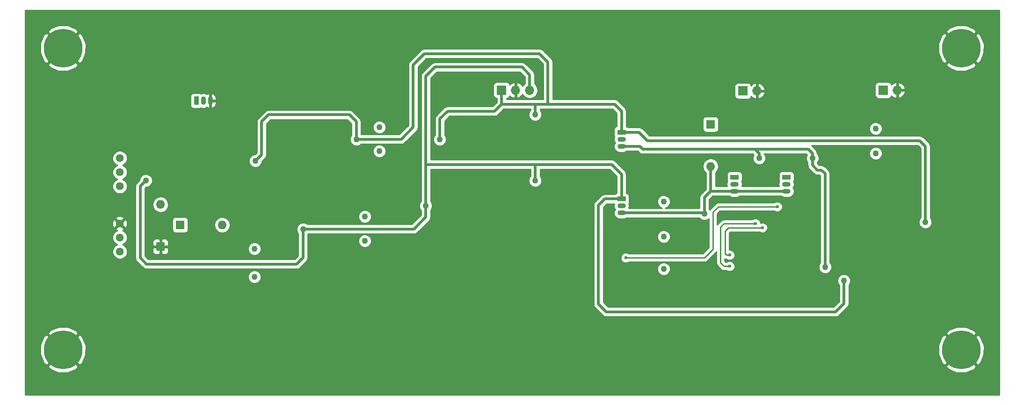
<source format=gbl>
G04 #@! TF.FileFunction,Copper,L2,Bot,Signal*
%FSLAX46Y46*%
G04 Gerber Fmt 4.6, Leading zero omitted, Abs format (unit mm)*
G04 Created by KiCad (PCBNEW 4.0.6-e0-6349~53~ubuntu14.04.1) date Thu Jul  6 11:00:55 2017*
%MOMM*%
%LPD*%
G01*
G04 APERTURE LIST*
%ADD10C,0.100000*%
%ADD11C,7.000000*%
%ADD12R,1.600000X1.600000*%
%ADD13O,1.600000X1.600000*%
%ADD14R,1.700000X1.700000*%
%ADD15O,1.700000X1.700000*%
%ADD16O,0.900000X1.500000*%
%ADD17R,0.900000X1.500000*%
%ADD18O,1.500000X0.900000*%
%ADD19R,1.500000X0.900000*%
%ADD20C,1.440000*%
%ADD21C,1.100000*%
%ADD22C,0.600000*%
%ADD23C,0.500000*%
%ADD24C,0.250000*%
%ADD25C,0.254000*%
G04 APERTURE END LIST*
D10*
D11*
X226060000Y-71120000D03*
X226060000Y-125730000D03*
X63500000Y-125730000D03*
X63500000Y-71120000D03*
D12*
X84709000Y-103124000D03*
D13*
X92329000Y-103124000D03*
D12*
X81153000Y-107061000D03*
D13*
X81153000Y-99441000D03*
D12*
X180721000Y-84899500D03*
D13*
X180721000Y-92519500D03*
D14*
X142875000Y-78740000D03*
D15*
X145415000Y-78740000D03*
X147955000Y-78740000D03*
D14*
X186563000Y-78867000D03*
D15*
X189103000Y-78867000D03*
D14*
X211963000Y-78740000D03*
D15*
X214503000Y-78740000D03*
D16*
X88900000Y-80645000D03*
X90170000Y-80645000D03*
D17*
X87630000Y-80645000D03*
D18*
X164592000Y-87630000D03*
X164592000Y-88900000D03*
D19*
X164592000Y-86360000D03*
D18*
X185039000Y-95758000D03*
X185039000Y-97028000D03*
D19*
X185039000Y-94488000D03*
D18*
X194437000Y-95758000D03*
X194437000Y-97028000D03*
D19*
X194437000Y-94488000D03*
D18*
X164592000Y-99695000D03*
X164592000Y-100965000D03*
D19*
X164592000Y-98425000D03*
D20*
X73787000Y-96139000D03*
X73787000Y-93599000D03*
X73787000Y-91059000D03*
X73787000Y-107950000D03*
X73787000Y-105410000D03*
X73787000Y-102870000D03*
D21*
X120777000Y-89789000D03*
X120777000Y-85471000D03*
X118110000Y-101600000D03*
X118110000Y-106045000D03*
X98171000Y-107442000D03*
X98171000Y-112522000D03*
X210566000Y-85725000D03*
X210566000Y-90170000D03*
X172212000Y-105283000D03*
X172212000Y-98933000D03*
X172212000Y-111125000D03*
X219583000Y-102616000D03*
X98298000Y-91567000D03*
X116586000Y-87630000D03*
X148971000Y-83185000D03*
X131699000Y-87630000D03*
X145415000Y-69723000D03*
X145415000Y-97536000D03*
X145415000Y-85725000D03*
X219583000Y-113919000D03*
X204851000Y-101854000D03*
X198120000Y-101854000D03*
X198564500Y-114554000D03*
X179578000Y-113792000D03*
X158750000Y-95123000D03*
X158750000Y-83185000D03*
X116332000Y-99822000D03*
X104013000Y-88011000D03*
X81661000Y-85852000D03*
X93853000Y-84582000D03*
X94742000Y-105537000D03*
X94869000Y-100330000D03*
X204851000Y-113220500D03*
X78486000Y-95123000D03*
X106934000Y-103886000D03*
X148971000Y-95123000D03*
X129159000Y-99695000D03*
D22*
X192786000Y-99822000D03*
X165354000Y-109093000D03*
D21*
X201422000Y-110744000D03*
X199136000Y-91059000D03*
X189484000Y-91059000D03*
X179578000Y-101092000D03*
D22*
X188849000Y-102870000D03*
X184150000Y-110617000D03*
X184150000Y-108585000D03*
X190119000Y-103632000D03*
D23*
X164592000Y-86360000D02*
X167767000Y-86360000D01*
X219583000Y-88900000D02*
X219583000Y-102616000D01*
X218567000Y-87884000D02*
X219583000Y-88900000D01*
X169291000Y-87884000D02*
X218567000Y-87884000D01*
X167767000Y-86360000D02*
X169291000Y-87884000D01*
X116586000Y-84455000D02*
X116586000Y-87630000D01*
X115316000Y-83185000D02*
X116586000Y-84455000D01*
X100711000Y-83185000D02*
X115316000Y-83185000D01*
X99441000Y-84455000D02*
X100711000Y-83185000D01*
X99441000Y-90424000D02*
X99441000Y-84455000D01*
X98298000Y-91567000D02*
X99441000Y-90424000D01*
X151257000Y-81280000D02*
X151257000Y-73660000D01*
X151257000Y-73660000D02*
X149733000Y-72136000D01*
X149733000Y-72136000D02*
X128905000Y-72136000D01*
X128905000Y-72136000D02*
X126873000Y-74168000D01*
X126873000Y-74168000D02*
X126873000Y-85471000D01*
X126873000Y-85471000D02*
X124714000Y-87630000D01*
X124714000Y-87630000D02*
X116586000Y-87630000D01*
X148971000Y-83185000D02*
X148971000Y-81280000D01*
X142875000Y-81280000D02*
X148971000Y-81280000D01*
X148971000Y-81280000D02*
X151257000Y-81280000D01*
X151257000Y-81280000D02*
X163322000Y-81280000D01*
X164592000Y-82550000D02*
X164592000Y-86360000D01*
X163322000Y-81280000D02*
X164592000Y-82550000D01*
X142875000Y-78740000D02*
X142875000Y-81280000D01*
X131699000Y-83947000D02*
X131699000Y-87630000D01*
X133096000Y-82550000D02*
X131699000Y-83947000D01*
X141605000Y-82550000D02*
X133096000Y-82550000D01*
X142875000Y-81280000D02*
X141605000Y-82550000D01*
X164592000Y-98425000D02*
X161544000Y-98425000D01*
X204851000Y-117348000D02*
X204851000Y-113220500D01*
X203327000Y-118872000D02*
X204851000Y-117348000D01*
X161798000Y-118872000D02*
X203327000Y-118872000D01*
X160401000Y-117475000D02*
X161798000Y-118872000D01*
X160401000Y-99568000D02*
X160401000Y-117475000D01*
X161544000Y-98425000D02*
X160401000Y-99568000D01*
X106934000Y-109093000D02*
X106934000Y-103886000D01*
X105791000Y-110236000D02*
X106934000Y-109093000D01*
X78613000Y-110236000D02*
X105791000Y-110236000D01*
X77470000Y-109093000D02*
X78613000Y-110236000D01*
X77470000Y-96139000D02*
X77470000Y-109093000D01*
X78486000Y-95123000D02*
X77470000Y-96139000D01*
X129159000Y-99695000D02*
X129159000Y-101727000D01*
X127000000Y-103886000D02*
X106934000Y-103886000D01*
X129159000Y-101727000D02*
X127000000Y-103886000D01*
X148971000Y-95123000D02*
X148971000Y-92202000D01*
X148971000Y-92202000D02*
X148971000Y-92329000D01*
X148971000Y-92329000D02*
X148971000Y-92202000D01*
X164592000Y-98425000D02*
X164592000Y-93980000D01*
X162814000Y-92202000D02*
X148971000Y-92202000D01*
X148971000Y-92202000D02*
X129159000Y-92202000D01*
X164592000Y-93980000D02*
X162814000Y-92202000D01*
X147955000Y-78740000D02*
X147955000Y-75946000D01*
X129159000Y-76200000D02*
X129159000Y-92202000D01*
X129159000Y-92202000D02*
X129159000Y-94742000D01*
X129159000Y-94742000D02*
X129159000Y-99695000D01*
X130810000Y-74549000D02*
X129159000Y-76200000D01*
X146558000Y-74549000D02*
X130810000Y-74549000D01*
X147955000Y-75946000D02*
X146558000Y-74549000D01*
D24*
X182118000Y-99822000D02*
X192786000Y-99822000D01*
X181165500Y-100774500D02*
X182118000Y-99822000D01*
X181165500Y-107505500D02*
X181165500Y-100774500D01*
X179578000Y-109093000D02*
X181165500Y-107505500D01*
X165354000Y-109093000D02*
X179578000Y-109093000D01*
D23*
X199136000Y-91059000D02*
X199136000Y-92329000D01*
X201422000Y-93853000D02*
X201422000Y-110744000D01*
X200787000Y-93218000D02*
X201422000Y-93853000D01*
X200025000Y-93218000D02*
X200787000Y-93218000D01*
X199136000Y-92329000D02*
X200025000Y-93218000D01*
X198374000Y-89408000D02*
X188722000Y-89408000D01*
X199136000Y-90170000D02*
X198374000Y-89408000D01*
X199136000Y-91059000D02*
X199136000Y-90170000D01*
X164592000Y-88900000D02*
X167894000Y-88900000D01*
X189484000Y-90170000D02*
X189484000Y-91059000D01*
X188722000Y-89408000D02*
X189484000Y-90170000D01*
X168402000Y-89408000D02*
X188722000Y-89408000D01*
X167894000Y-88900000D02*
X168402000Y-89408000D01*
X180721000Y-92519500D02*
X180721000Y-97028000D01*
X164592000Y-100965000D02*
X179451000Y-100965000D01*
X179451000Y-100965000D02*
X179578000Y-101092000D01*
X185039000Y-97028000D02*
X180721000Y-97028000D01*
X179578000Y-98171000D02*
X179578000Y-101092000D01*
X180721000Y-97028000D02*
X179578000Y-98171000D01*
X185039000Y-97028000D02*
X194437000Y-97028000D01*
D24*
X188849000Y-102870000D02*
X183134000Y-102870000D01*
X183134000Y-102870000D02*
X182499000Y-103505000D01*
X182499000Y-103505000D02*
X182499000Y-109982000D01*
X182499000Y-109982000D02*
X183134000Y-110617000D01*
X183134000Y-110617000D02*
X184150000Y-110617000D01*
X183324500Y-104267000D02*
X183324500Y-108331000D01*
X183578500Y-108585000D02*
X184150000Y-108585000D01*
X183896000Y-103632000D02*
X183324500Y-104267000D01*
X190119000Y-103632000D02*
X183896000Y-103632000D01*
X183324500Y-108331000D02*
X183578500Y-108585000D01*
D25*
G36*
X232918000Y-133858000D02*
X56642000Y-133858000D01*
X56642000Y-128687312D01*
X60722293Y-128687312D01*
X61125762Y-129213924D01*
X62639730Y-129857307D01*
X64284666Y-129872346D01*
X65810145Y-129256750D01*
X65874238Y-129213924D01*
X66277707Y-128687312D01*
X223282293Y-128687312D01*
X223685762Y-129213924D01*
X225199730Y-129857307D01*
X226844666Y-129872346D01*
X228370145Y-129256750D01*
X228434238Y-129213924D01*
X228837707Y-128687312D01*
X226060000Y-125909605D01*
X223282293Y-128687312D01*
X66277707Y-128687312D01*
X63500000Y-125909605D01*
X60722293Y-128687312D01*
X56642000Y-128687312D01*
X56642000Y-126514666D01*
X59357654Y-126514666D01*
X59973250Y-128040145D01*
X60016076Y-128104238D01*
X60542688Y-128507707D01*
X63320395Y-125730000D01*
X63679605Y-125730000D01*
X66457312Y-128507707D01*
X66983924Y-128104238D01*
X67627307Y-126590270D01*
X67627998Y-126514666D01*
X221917654Y-126514666D01*
X222533250Y-128040145D01*
X222576076Y-128104238D01*
X223102688Y-128507707D01*
X225880395Y-125730000D01*
X226239605Y-125730000D01*
X229017312Y-128507707D01*
X229543924Y-128104238D01*
X230187307Y-126590270D01*
X230202346Y-124945334D01*
X229586750Y-123419855D01*
X229543924Y-123355762D01*
X229017312Y-122952293D01*
X226239605Y-125730000D01*
X225880395Y-125730000D01*
X223102688Y-122952293D01*
X222576076Y-123355762D01*
X221932693Y-124869730D01*
X221917654Y-126514666D01*
X67627998Y-126514666D01*
X67642346Y-124945334D01*
X67026750Y-123419855D01*
X66983924Y-123355762D01*
X66457312Y-122952293D01*
X63679605Y-125730000D01*
X63320395Y-125730000D01*
X60542688Y-122952293D01*
X60016076Y-123355762D01*
X59372693Y-124869730D01*
X59357654Y-126514666D01*
X56642000Y-126514666D01*
X56642000Y-122772688D01*
X60722293Y-122772688D01*
X63500000Y-125550395D01*
X66277707Y-122772688D01*
X223282293Y-122772688D01*
X226060000Y-125550395D01*
X228837707Y-122772688D01*
X228434238Y-122246076D01*
X226920270Y-121602693D01*
X225275334Y-121587654D01*
X223749855Y-122203250D01*
X223685762Y-122246076D01*
X223282293Y-122772688D01*
X66277707Y-122772688D01*
X65874238Y-122246076D01*
X64360270Y-121602693D01*
X62715334Y-121587654D01*
X61189855Y-122203250D01*
X61125762Y-122246076D01*
X60722293Y-122772688D01*
X56642000Y-122772688D01*
X56642000Y-112756677D01*
X96985794Y-112756677D01*
X97165820Y-113192372D01*
X97498875Y-113526009D01*
X97934255Y-113706794D01*
X98405677Y-113707206D01*
X98841372Y-113527180D01*
X99175009Y-113194125D01*
X99355794Y-112758745D01*
X99356206Y-112287323D01*
X99176180Y-111851628D01*
X98843125Y-111517991D01*
X98407745Y-111337206D01*
X97936323Y-111336794D01*
X97500628Y-111516820D01*
X97166991Y-111849875D01*
X96986206Y-112285255D01*
X96985794Y-112756677D01*
X56642000Y-112756677D01*
X56642000Y-105678344D01*
X72431765Y-105678344D01*
X72637617Y-106176543D01*
X73018452Y-106558043D01*
X73312264Y-106680045D01*
X73020457Y-106800617D01*
X72638957Y-107181452D01*
X72432236Y-107679291D01*
X72431765Y-108218344D01*
X72637617Y-108716543D01*
X73018452Y-109098043D01*
X73516291Y-109304764D01*
X74055344Y-109305235D01*
X74553543Y-109099383D01*
X74935043Y-108718548D01*
X75141764Y-108220709D01*
X75142235Y-107681656D01*
X74936383Y-107183457D01*
X74555548Y-106801957D01*
X74261736Y-106679955D01*
X74553543Y-106559383D01*
X74935043Y-106178548D01*
X75141764Y-105680709D01*
X75142235Y-105141656D01*
X74936383Y-104643457D01*
X74555548Y-104261957D01*
X74277884Y-104146661D01*
X74492869Y-104057611D01*
X74557169Y-103819774D01*
X73787000Y-103049605D01*
X73016831Y-103819774D01*
X73081131Y-104057611D01*
X73313172Y-104139669D01*
X73020457Y-104260617D01*
X72638957Y-104641452D01*
X72432236Y-105139291D01*
X72431765Y-105678344D01*
X56642000Y-105678344D01*
X56642000Y-102672342D01*
X72419667Y-102672342D01*
X72448108Y-103210644D01*
X72599389Y-103575869D01*
X72837226Y-103640169D01*
X73607395Y-102870000D01*
X73966605Y-102870000D01*
X74736774Y-103640169D01*
X74974611Y-103575869D01*
X75154333Y-103067658D01*
X75125892Y-102529356D01*
X74974611Y-102164131D01*
X74736774Y-102099831D01*
X73966605Y-102870000D01*
X73607395Y-102870000D01*
X72837226Y-102099831D01*
X72599389Y-102164131D01*
X72419667Y-102672342D01*
X56642000Y-102672342D01*
X56642000Y-101920226D01*
X73016831Y-101920226D01*
X73787000Y-102690395D01*
X74557169Y-101920226D01*
X74492869Y-101682389D01*
X73984658Y-101502667D01*
X73446356Y-101531108D01*
X73081131Y-101682389D01*
X73016831Y-101920226D01*
X56642000Y-101920226D01*
X56642000Y-91327344D01*
X72431765Y-91327344D01*
X72637617Y-91825543D01*
X73018452Y-92207043D01*
X73312264Y-92329045D01*
X73020457Y-92449617D01*
X72638957Y-92830452D01*
X72432236Y-93328291D01*
X72431765Y-93867344D01*
X72637617Y-94365543D01*
X73018452Y-94747043D01*
X73312264Y-94869045D01*
X73020457Y-94989617D01*
X72638957Y-95370452D01*
X72432236Y-95868291D01*
X72431765Y-96407344D01*
X72637617Y-96905543D01*
X73018452Y-97287043D01*
X73516291Y-97493764D01*
X74055344Y-97494235D01*
X74553543Y-97288383D01*
X74935043Y-96907548D01*
X75141764Y-96409709D01*
X75142000Y-96139000D01*
X76584999Y-96139000D01*
X76585000Y-96139005D01*
X76585000Y-109092995D01*
X76584999Y-109093000D01*
X76627216Y-109305235D01*
X76652367Y-109431675D01*
X76780424Y-109623327D01*
X76844210Y-109718790D01*
X77987208Y-110861787D01*
X77987210Y-110861790D01*
X78162145Y-110978677D01*
X78274325Y-111053633D01*
X78613000Y-111121001D01*
X78613005Y-111121000D01*
X105790995Y-111121000D01*
X105791000Y-111121001D01*
X106073484Y-111064810D01*
X106129675Y-111053633D01*
X106416790Y-110861790D01*
X106416791Y-110861789D01*
X107559787Y-109718792D01*
X107559790Y-109718790D01*
X107751633Y-109431675D01*
X107761148Y-109383839D01*
X107819001Y-109093000D01*
X107819000Y-109092995D01*
X107819000Y-106279677D01*
X116924794Y-106279677D01*
X117104820Y-106715372D01*
X117437875Y-107049009D01*
X117873255Y-107229794D01*
X118344677Y-107230206D01*
X118780372Y-107050180D01*
X119114009Y-106717125D01*
X119294794Y-106281745D01*
X119295206Y-105810323D01*
X119115180Y-105374628D01*
X118782125Y-105040991D01*
X118346745Y-104860206D01*
X117875323Y-104859794D01*
X117439628Y-105039820D01*
X117105991Y-105372875D01*
X116925206Y-105808255D01*
X116924794Y-106279677D01*
X107819000Y-106279677D01*
X107819000Y-104771000D01*
X126999995Y-104771000D01*
X127000000Y-104771001D01*
X127282484Y-104714810D01*
X127338675Y-104703633D01*
X127625790Y-104511790D01*
X129784787Y-102352792D01*
X129784790Y-102352790D01*
X129976633Y-102065675D01*
X129979751Y-102050000D01*
X130044001Y-101727000D01*
X130044000Y-101726995D01*
X130044000Y-100485926D01*
X130163009Y-100367125D01*
X130343794Y-99931745D01*
X130344206Y-99460323D01*
X130164180Y-99024628D01*
X130044000Y-98904238D01*
X130044000Y-93087000D01*
X148086000Y-93087000D01*
X148086000Y-94332074D01*
X147966991Y-94450875D01*
X147786206Y-94886255D01*
X147785794Y-95357677D01*
X147965820Y-95793372D01*
X148298875Y-96127009D01*
X148734255Y-96307794D01*
X149205677Y-96308206D01*
X149641372Y-96128180D01*
X149975009Y-95795125D01*
X150155794Y-95359745D01*
X150156206Y-94888323D01*
X149976180Y-94452628D01*
X149856000Y-94332238D01*
X149856000Y-93087000D01*
X162447420Y-93087000D01*
X163707000Y-94346579D01*
X163707000Y-97352962D01*
X163606683Y-97371838D01*
X163390559Y-97510910D01*
X163370683Y-97540000D01*
X161544005Y-97540000D01*
X161544000Y-97539999D01*
X161205325Y-97607367D01*
X160918210Y-97799210D01*
X160918208Y-97799213D01*
X159775210Y-98942210D01*
X159583367Y-99229325D01*
X159583367Y-99229326D01*
X159515999Y-99568000D01*
X159516000Y-99568005D01*
X159516000Y-117474995D01*
X159515999Y-117475000D01*
X159558105Y-117686675D01*
X159583367Y-117813675D01*
X159744191Y-118054367D01*
X159775210Y-118100790D01*
X161172208Y-119497787D01*
X161172210Y-119497790D01*
X161459325Y-119689633D01*
X161798000Y-119757000D01*
X203326995Y-119757000D01*
X203327000Y-119757001D01*
X203609484Y-119700810D01*
X203665675Y-119689633D01*
X203952790Y-119497790D01*
X203952791Y-119497789D01*
X205476787Y-117973792D01*
X205476790Y-117973790D01*
X205668633Y-117686675D01*
X205736000Y-117348000D01*
X205736000Y-114011426D01*
X205855009Y-113892625D01*
X206035794Y-113457245D01*
X206036206Y-112985823D01*
X205856180Y-112550128D01*
X205523125Y-112216491D01*
X205087745Y-112035706D01*
X204616323Y-112035294D01*
X204180628Y-112215320D01*
X203846991Y-112548375D01*
X203666206Y-112983755D01*
X203665794Y-113455177D01*
X203845820Y-113890872D01*
X203966000Y-114011262D01*
X203966000Y-116981421D01*
X202960420Y-117987000D01*
X162164579Y-117987000D01*
X161286000Y-117108420D01*
X161286000Y-111359677D01*
X171026794Y-111359677D01*
X171206820Y-111795372D01*
X171539875Y-112129009D01*
X171975255Y-112309794D01*
X172446677Y-112310206D01*
X172882372Y-112130180D01*
X173216009Y-111797125D01*
X173396794Y-111361745D01*
X173397206Y-110890323D01*
X173217180Y-110454628D01*
X172884125Y-110120991D01*
X172448745Y-109940206D01*
X171977323Y-109939794D01*
X171541628Y-110119820D01*
X171207991Y-110452875D01*
X171027206Y-110888255D01*
X171026794Y-111359677D01*
X161286000Y-111359677D01*
X161286000Y-105517677D01*
X171026794Y-105517677D01*
X171206820Y-105953372D01*
X171539875Y-106287009D01*
X171975255Y-106467794D01*
X172446677Y-106468206D01*
X172882372Y-106288180D01*
X173216009Y-105955125D01*
X173396794Y-105519745D01*
X173397206Y-105048323D01*
X173217180Y-104612628D01*
X172884125Y-104278991D01*
X172448745Y-104098206D01*
X171977323Y-104097794D01*
X171541628Y-104277820D01*
X171207991Y-104610875D01*
X171027206Y-105046255D01*
X171026794Y-105517677D01*
X161286000Y-105517677D01*
X161286000Y-99934580D01*
X161910579Y-99310000D01*
X163256447Y-99310000D01*
X163179866Y-99695000D01*
X163262457Y-100110212D01*
X163409315Y-100330000D01*
X163262457Y-100549788D01*
X163179866Y-100965000D01*
X163262457Y-101380212D01*
X163497655Y-101732211D01*
X163849654Y-101967409D01*
X164264866Y-102050000D01*
X164919134Y-102050000D01*
X165334346Y-101967409D01*
X165510061Y-101850000D01*
X178660295Y-101850000D01*
X178905875Y-102096009D01*
X179341255Y-102276794D01*
X179812677Y-102277206D01*
X180248372Y-102097180D01*
X180405500Y-101940326D01*
X180405500Y-107190698D01*
X179263198Y-108333000D01*
X165916463Y-108333000D01*
X165884327Y-108300808D01*
X165540799Y-108158162D01*
X165168833Y-108157838D01*
X164825057Y-108299883D01*
X164561808Y-108562673D01*
X164419162Y-108906201D01*
X164418838Y-109278167D01*
X164560883Y-109621943D01*
X164823673Y-109885192D01*
X165167201Y-110027838D01*
X165539167Y-110028162D01*
X165882943Y-109886117D01*
X165916118Y-109853000D01*
X179578000Y-109853000D01*
X179868839Y-109795148D01*
X180115401Y-109630401D01*
X181702901Y-108042901D01*
X181739000Y-107988875D01*
X181739000Y-109982000D01*
X181796852Y-110272839D01*
X181961599Y-110519401D01*
X182596599Y-111154401D01*
X182843161Y-111319148D01*
X183134000Y-111377000D01*
X183587537Y-111377000D01*
X183619673Y-111409192D01*
X183963201Y-111551838D01*
X184335167Y-111552162D01*
X184678943Y-111410117D01*
X184942192Y-111147327D01*
X185084838Y-110803799D01*
X185085162Y-110431833D01*
X184943117Y-110088057D01*
X184680327Y-109824808D01*
X184336799Y-109682162D01*
X183964833Y-109681838D01*
X183621057Y-109823883D01*
X183587882Y-109857000D01*
X183448802Y-109857000D01*
X183259000Y-109667198D01*
X183259000Y-109267998D01*
X183287660Y-109287148D01*
X183578500Y-109345000D01*
X183587537Y-109345000D01*
X183619673Y-109377192D01*
X183963201Y-109519838D01*
X184335167Y-109520162D01*
X184678943Y-109378117D01*
X184942192Y-109115327D01*
X185084838Y-108771799D01*
X185085162Y-108399833D01*
X184943117Y-108056057D01*
X184680327Y-107792808D01*
X184336799Y-107650162D01*
X184084500Y-107649942D01*
X184084500Y-104558639D01*
X184234475Y-104392000D01*
X189556537Y-104392000D01*
X189588673Y-104424192D01*
X189932201Y-104566838D01*
X190304167Y-104567162D01*
X190647943Y-104425117D01*
X190911192Y-104162327D01*
X191053838Y-103818799D01*
X191054162Y-103446833D01*
X190912117Y-103103057D01*
X190649327Y-102839808D01*
X190305799Y-102697162D01*
X189933833Y-102696838D01*
X189784098Y-102758707D01*
X189784162Y-102684833D01*
X189642117Y-102341057D01*
X189379327Y-102077808D01*
X189035799Y-101935162D01*
X188663833Y-101934838D01*
X188320057Y-102076883D01*
X188286882Y-102110000D01*
X183134000Y-102110000D01*
X182843161Y-102167852D01*
X182596599Y-102332599D01*
X181961599Y-102967599D01*
X181925500Y-103021625D01*
X181925500Y-101089302D01*
X182432802Y-100582000D01*
X192223537Y-100582000D01*
X192255673Y-100614192D01*
X192599201Y-100756838D01*
X192971167Y-100757162D01*
X193314943Y-100615117D01*
X193578192Y-100352327D01*
X193720838Y-100008799D01*
X193721162Y-99636833D01*
X193579117Y-99293057D01*
X193316327Y-99029808D01*
X192972799Y-98887162D01*
X192600833Y-98886838D01*
X192257057Y-99028883D01*
X192223882Y-99062000D01*
X182118000Y-99062000D01*
X181875414Y-99110254D01*
X181827160Y-99119852D01*
X181580599Y-99284599D01*
X180628099Y-100237099D01*
X180536228Y-100374594D01*
X180463000Y-100301238D01*
X180463000Y-98537580D01*
X181087579Y-97913000D01*
X184120939Y-97913000D01*
X184296654Y-98030409D01*
X184711866Y-98113000D01*
X185366134Y-98113000D01*
X185781346Y-98030409D01*
X185957061Y-97913000D01*
X193518939Y-97913000D01*
X193694654Y-98030409D01*
X194109866Y-98113000D01*
X194764134Y-98113000D01*
X195179346Y-98030409D01*
X195531345Y-97795211D01*
X195766543Y-97443212D01*
X195849134Y-97028000D01*
X195766543Y-96612788D01*
X195619685Y-96393000D01*
X195766543Y-96173212D01*
X195849134Y-95758000D01*
X195766543Y-95342788D01*
X195723241Y-95277981D01*
X195783431Y-95189890D01*
X195834440Y-94938000D01*
X195834440Y-94038000D01*
X195790162Y-93802683D01*
X195651090Y-93586559D01*
X195438890Y-93441569D01*
X195187000Y-93390560D01*
X193687000Y-93390560D01*
X193451683Y-93434838D01*
X193235559Y-93573910D01*
X193090569Y-93786110D01*
X193039560Y-94038000D01*
X193039560Y-94938000D01*
X193083838Y-95173317D01*
X193150978Y-95277655D01*
X193107457Y-95342788D01*
X193024866Y-95758000D01*
X193101447Y-96143000D01*
X186374553Y-96143000D01*
X186451134Y-95758000D01*
X186368543Y-95342788D01*
X186325241Y-95277981D01*
X186385431Y-95189890D01*
X186436440Y-94938000D01*
X186436440Y-94038000D01*
X186392162Y-93802683D01*
X186253090Y-93586559D01*
X186040890Y-93441569D01*
X185789000Y-93390560D01*
X184289000Y-93390560D01*
X184053683Y-93434838D01*
X183837559Y-93573910D01*
X183692569Y-93786110D01*
X183641560Y-94038000D01*
X183641560Y-94938000D01*
X183685838Y-95173317D01*
X183752978Y-95277655D01*
X183709457Y-95342788D01*
X183626866Y-95758000D01*
X183703447Y-96143000D01*
X181606000Y-96143000D01*
X181606000Y-93648973D01*
X181735698Y-93562311D01*
X182046767Y-93096764D01*
X182156000Y-92547613D01*
X182156000Y-92491387D01*
X182046767Y-91942236D01*
X181735698Y-91476689D01*
X181270151Y-91165620D01*
X180721000Y-91056387D01*
X180171849Y-91165620D01*
X179706302Y-91476689D01*
X179395233Y-91942236D01*
X179286000Y-92491387D01*
X179286000Y-92547613D01*
X179395233Y-93096764D01*
X179706302Y-93562311D01*
X179836000Y-93648973D01*
X179836000Y-96661421D01*
X178952210Y-97545210D01*
X178760367Y-97832325D01*
X178760367Y-97832326D01*
X178692999Y-98171000D01*
X178693000Y-98171005D01*
X178693000Y-100080000D01*
X172539142Y-100080000D01*
X172882372Y-99938180D01*
X173216009Y-99605125D01*
X173396794Y-99169745D01*
X173397206Y-98698323D01*
X173217180Y-98262628D01*
X172884125Y-97928991D01*
X172448745Y-97748206D01*
X171977323Y-97747794D01*
X171541628Y-97927820D01*
X171207991Y-98260875D01*
X171027206Y-98696255D01*
X171026794Y-99167677D01*
X171206820Y-99603372D01*
X171539875Y-99937009D01*
X171884237Y-100080000D01*
X165927553Y-100080000D01*
X166004134Y-99695000D01*
X165921543Y-99279788D01*
X165878241Y-99214981D01*
X165938431Y-99126890D01*
X165989440Y-98875000D01*
X165989440Y-97975000D01*
X165945162Y-97739683D01*
X165806090Y-97523559D01*
X165593890Y-97378569D01*
X165477000Y-97354898D01*
X165477000Y-93980005D01*
X165477001Y-93980000D01*
X165409633Y-93641326D01*
X165409633Y-93641325D01*
X165217790Y-93354210D01*
X165217787Y-93354208D01*
X163439790Y-91576210D01*
X163290845Y-91476689D01*
X163152675Y-91384367D01*
X163096484Y-91373190D01*
X162814000Y-91316999D01*
X162813995Y-91317000D01*
X130044000Y-91317000D01*
X130044000Y-76566580D01*
X131176579Y-75434000D01*
X146191420Y-75434000D01*
X147070000Y-76312579D01*
X147070000Y-77550568D01*
X146904946Y-77660853D01*
X146677298Y-78001553D01*
X146610183Y-77858642D01*
X146181924Y-77468355D01*
X145771890Y-77298524D01*
X145542000Y-77419845D01*
X145542000Y-78613000D01*
X145562000Y-78613000D01*
X145562000Y-78867000D01*
X145542000Y-78867000D01*
X145542000Y-80060155D01*
X145771890Y-80181476D01*
X146181924Y-80011645D01*
X146610183Y-79621358D01*
X146677298Y-79478447D01*
X146904946Y-79819147D01*
X147386715Y-80141054D01*
X147955000Y-80254093D01*
X148523285Y-80141054D01*
X149005054Y-79819147D01*
X149326961Y-79337378D01*
X149440000Y-78769093D01*
X149440000Y-78710907D01*
X149326961Y-78142622D01*
X149005054Y-77660853D01*
X148840000Y-77550568D01*
X148840000Y-75946000D01*
X148772633Y-75607325D01*
X148580790Y-75320210D01*
X148580787Y-75320208D01*
X147183790Y-73923210D01*
X147145622Y-73897707D01*
X146896675Y-73731367D01*
X146840484Y-73720190D01*
X146558000Y-73663999D01*
X146557995Y-73664000D01*
X130810005Y-73664000D01*
X130810000Y-73663999D01*
X130471326Y-73731366D01*
X130471324Y-73731367D01*
X130471325Y-73731367D01*
X130184210Y-73923210D01*
X130184208Y-73923213D01*
X128533210Y-75574210D01*
X128341367Y-75861325D01*
X128341367Y-75861326D01*
X128273999Y-76200000D01*
X128274000Y-76200005D01*
X128274000Y-98904074D01*
X128154991Y-99022875D01*
X127974206Y-99458255D01*
X127973794Y-99929677D01*
X128153820Y-100365372D01*
X128274000Y-100485762D01*
X128274000Y-101360421D01*
X126633420Y-103001000D01*
X107724926Y-103001000D01*
X107606125Y-102881991D01*
X107170745Y-102701206D01*
X106699323Y-102700794D01*
X106263628Y-102880820D01*
X105929991Y-103213875D01*
X105749206Y-103649255D01*
X105748794Y-104120677D01*
X105928820Y-104556372D01*
X106049000Y-104676762D01*
X106049000Y-108726421D01*
X105424420Y-109351000D01*
X78979579Y-109351000D01*
X78355000Y-108726420D01*
X78355000Y-107346750D01*
X79718000Y-107346750D01*
X79718000Y-107987309D01*
X79814673Y-108220698D01*
X79993301Y-108399327D01*
X80226690Y-108496000D01*
X80867250Y-108496000D01*
X81026000Y-108337250D01*
X81026000Y-107188000D01*
X81280000Y-107188000D01*
X81280000Y-108337250D01*
X81438750Y-108496000D01*
X82079310Y-108496000D01*
X82312699Y-108399327D01*
X82491327Y-108220698D01*
X82588000Y-107987309D01*
X82588000Y-107676677D01*
X96985794Y-107676677D01*
X97165820Y-108112372D01*
X97498875Y-108446009D01*
X97934255Y-108626794D01*
X98405677Y-108627206D01*
X98841372Y-108447180D01*
X99175009Y-108114125D01*
X99355794Y-107678745D01*
X99356206Y-107207323D01*
X99176180Y-106771628D01*
X98843125Y-106437991D01*
X98407745Y-106257206D01*
X97936323Y-106256794D01*
X97500628Y-106436820D01*
X97166991Y-106769875D01*
X96986206Y-107205255D01*
X96985794Y-107676677D01*
X82588000Y-107676677D01*
X82588000Y-107346750D01*
X82429250Y-107188000D01*
X81280000Y-107188000D01*
X81026000Y-107188000D01*
X79876750Y-107188000D01*
X79718000Y-107346750D01*
X78355000Y-107346750D01*
X78355000Y-106134691D01*
X79718000Y-106134691D01*
X79718000Y-106775250D01*
X79876750Y-106934000D01*
X81026000Y-106934000D01*
X81026000Y-105784750D01*
X81280000Y-105784750D01*
X81280000Y-106934000D01*
X82429250Y-106934000D01*
X82588000Y-106775250D01*
X82588000Y-106134691D01*
X82491327Y-105901302D01*
X82312699Y-105722673D01*
X82079310Y-105626000D01*
X81438750Y-105626000D01*
X81280000Y-105784750D01*
X81026000Y-105784750D01*
X80867250Y-105626000D01*
X80226690Y-105626000D01*
X79993301Y-105722673D01*
X79814673Y-105901302D01*
X79718000Y-106134691D01*
X78355000Y-106134691D01*
X78355000Y-102324000D01*
X83261560Y-102324000D01*
X83261560Y-103924000D01*
X83305838Y-104159317D01*
X83444910Y-104375441D01*
X83657110Y-104520431D01*
X83909000Y-104571440D01*
X85509000Y-104571440D01*
X85744317Y-104527162D01*
X85960441Y-104388090D01*
X86105431Y-104175890D01*
X86156440Y-103924000D01*
X86156440Y-103124000D01*
X90865887Y-103124000D01*
X90975120Y-103673151D01*
X91286189Y-104138698D01*
X91751736Y-104449767D01*
X92300887Y-104559000D01*
X92357113Y-104559000D01*
X92906264Y-104449767D01*
X93371811Y-104138698D01*
X93682880Y-103673151D01*
X93792113Y-103124000D01*
X93682880Y-102574849D01*
X93371811Y-102109302D01*
X92960807Y-101834677D01*
X116924794Y-101834677D01*
X117104820Y-102270372D01*
X117437875Y-102604009D01*
X117873255Y-102784794D01*
X118344677Y-102785206D01*
X118780372Y-102605180D01*
X119114009Y-102272125D01*
X119294794Y-101836745D01*
X119295206Y-101365323D01*
X119115180Y-100929628D01*
X118782125Y-100595991D01*
X118346745Y-100415206D01*
X117875323Y-100414794D01*
X117439628Y-100594820D01*
X117105991Y-100927875D01*
X116925206Y-101363255D01*
X116924794Y-101834677D01*
X92960807Y-101834677D01*
X92906264Y-101798233D01*
X92357113Y-101689000D01*
X92300887Y-101689000D01*
X91751736Y-101798233D01*
X91286189Y-102109302D01*
X90975120Y-102574849D01*
X90865887Y-103124000D01*
X86156440Y-103124000D01*
X86156440Y-102324000D01*
X86112162Y-102088683D01*
X85973090Y-101872559D01*
X85760890Y-101727569D01*
X85509000Y-101676560D01*
X83909000Y-101676560D01*
X83673683Y-101720838D01*
X83457559Y-101859910D01*
X83312569Y-102072110D01*
X83261560Y-102324000D01*
X78355000Y-102324000D01*
X78355000Y-99412887D01*
X79718000Y-99412887D01*
X79718000Y-99469113D01*
X79827233Y-100018264D01*
X80138302Y-100483811D01*
X80603849Y-100794880D01*
X81153000Y-100904113D01*
X81702151Y-100794880D01*
X82167698Y-100483811D01*
X82478767Y-100018264D01*
X82588000Y-99469113D01*
X82588000Y-99412887D01*
X82478767Y-98863736D01*
X82167698Y-98398189D01*
X81702151Y-98087120D01*
X81153000Y-97977887D01*
X80603849Y-98087120D01*
X80138302Y-98398189D01*
X79827233Y-98863736D01*
X79718000Y-99412887D01*
X78355000Y-99412887D01*
X78355000Y-96505580D01*
X78552521Y-96308059D01*
X78720677Y-96308206D01*
X79156372Y-96128180D01*
X79490009Y-95795125D01*
X79670794Y-95359745D01*
X79671206Y-94888323D01*
X79491180Y-94452628D01*
X79158125Y-94118991D01*
X78722745Y-93938206D01*
X78251323Y-93937794D01*
X77815628Y-94117820D01*
X77481991Y-94450875D01*
X77301206Y-94886255D01*
X77301057Y-95056363D01*
X76844210Y-95513210D01*
X76652367Y-95800325D01*
X76652367Y-95800326D01*
X76584999Y-96139000D01*
X75142000Y-96139000D01*
X75142235Y-95870656D01*
X74936383Y-95372457D01*
X74555548Y-94990957D01*
X74261736Y-94868955D01*
X74553543Y-94748383D01*
X74935043Y-94367548D01*
X75141764Y-93869709D01*
X75142235Y-93330656D01*
X74936383Y-92832457D01*
X74555548Y-92450957D01*
X74261736Y-92328955D01*
X74553543Y-92208383D01*
X74935043Y-91827548D01*
X74945785Y-91801677D01*
X97112794Y-91801677D01*
X97292820Y-92237372D01*
X97625875Y-92571009D01*
X98061255Y-92751794D01*
X98532677Y-92752206D01*
X98968372Y-92572180D01*
X99302009Y-92239125D01*
X99482794Y-91803745D01*
X99482943Y-91633637D01*
X100066787Y-91049792D01*
X100066790Y-91049790D01*
X100258633Y-90762675D01*
X100298586Y-90561820D01*
X100326001Y-90424000D01*
X100326000Y-90423995D01*
X100326000Y-90023677D01*
X119591794Y-90023677D01*
X119771820Y-90459372D01*
X120104875Y-90793009D01*
X120540255Y-90973794D01*
X121011677Y-90974206D01*
X121447372Y-90794180D01*
X121781009Y-90461125D01*
X121961794Y-90025745D01*
X121962206Y-89554323D01*
X121782180Y-89118628D01*
X121449125Y-88784991D01*
X121013745Y-88604206D01*
X120542323Y-88603794D01*
X120106628Y-88783820D01*
X119772991Y-89116875D01*
X119592206Y-89552255D01*
X119591794Y-90023677D01*
X100326000Y-90023677D01*
X100326000Y-84821580D01*
X101077579Y-84070000D01*
X114949420Y-84070000D01*
X115701000Y-84821579D01*
X115701000Y-86839074D01*
X115581991Y-86957875D01*
X115401206Y-87393255D01*
X115400794Y-87864677D01*
X115580820Y-88300372D01*
X115913875Y-88634009D01*
X116349255Y-88814794D01*
X116820677Y-88815206D01*
X117256372Y-88635180D01*
X117376762Y-88515000D01*
X124713995Y-88515000D01*
X124714000Y-88515001D01*
X124996484Y-88458810D01*
X125052675Y-88447633D01*
X125339790Y-88255790D01*
X127498787Y-86096792D01*
X127498790Y-86096790D01*
X127690633Y-85809675D01*
X127705644Y-85734210D01*
X127758001Y-85471000D01*
X127758000Y-85470995D01*
X127758000Y-74534580D01*
X129271579Y-73021000D01*
X149366420Y-73021000D01*
X150372000Y-74026579D01*
X150372000Y-80395000D01*
X143760000Y-80395000D01*
X143760000Y-80230854D01*
X143960317Y-80193162D01*
X144176441Y-80054090D01*
X144321431Y-79841890D01*
X144343301Y-79733893D01*
X144648076Y-80011645D01*
X145058110Y-80181476D01*
X145288000Y-80060155D01*
X145288000Y-78867000D01*
X145268000Y-78867000D01*
X145268000Y-78613000D01*
X145288000Y-78613000D01*
X145288000Y-77419845D01*
X145058110Y-77298524D01*
X144648076Y-77468355D01*
X144345063Y-77744501D01*
X144328162Y-77654683D01*
X144189090Y-77438559D01*
X143976890Y-77293569D01*
X143725000Y-77242560D01*
X142025000Y-77242560D01*
X141789683Y-77286838D01*
X141573559Y-77425910D01*
X141428569Y-77638110D01*
X141377560Y-77890000D01*
X141377560Y-79590000D01*
X141421838Y-79825317D01*
X141560910Y-80041441D01*
X141773110Y-80186431D01*
X141990000Y-80230352D01*
X141990000Y-80913421D01*
X141238420Y-81665000D01*
X133096000Y-81665000D01*
X132757325Y-81732367D01*
X132470210Y-81924210D01*
X132470208Y-81924213D01*
X131073210Y-83321210D01*
X130881367Y-83608325D01*
X130875590Y-83637367D01*
X130813999Y-83947000D01*
X130814000Y-83947005D01*
X130814000Y-86839074D01*
X130694991Y-86957875D01*
X130514206Y-87393255D01*
X130513794Y-87864677D01*
X130693820Y-88300372D01*
X131026875Y-88634009D01*
X131462255Y-88814794D01*
X131933677Y-88815206D01*
X132369372Y-88635180D01*
X132703009Y-88302125D01*
X132883794Y-87866745D01*
X132884206Y-87395323D01*
X132704180Y-86959628D01*
X132584000Y-86839238D01*
X132584000Y-84313580D01*
X133462579Y-83435000D01*
X141604995Y-83435000D01*
X141605000Y-83435001D01*
X141887484Y-83378810D01*
X141943675Y-83367633D01*
X142230790Y-83175790D01*
X142230791Y-83175789D01*
X143241579Y-82165000D01*
X148086000Y-82165000D01*
X148086000Y-82394074D01*
X147966991Y-82512875D01*
X147786206Y-82948255D01*
X147785794Y-83419677D01*
X147965820Y-83855372D01*
X148298875Y-84189009D01*
X148734255Y-84369794D01*
X149205677Y-84370206D01*
X149641372Y-84190180D01*
X149975009Y-83857125D01*
X150155794Y-83421745D01*
X150156206Y-82950323D01*
X149976180Y-82514628D01*
X149856000Y-82394238D01*
X149856000Y-82165000D01*
X162955420Y-82165000D01*
X163707000Y-82916579D01*
X163707000Y-85287962D01*
X163606683Y-85306838D01*
X163390559Y-85445910D01*
X163245569Y-85658110D01*
X163194560Y-85910000D01*
X163194560Y-86810000D01*
X163238838Y-87045317D01*
X163305978Y-87149655D01*
X163262457Y-87214788D01*
X163179866Y-87630000D01*
X163262457Y-88045212D01*
X163409315Y-88265000D01*
X163262457Y-88484788D01*
X163179866Y-88900000D01*
X163262457Y-89315212D01*
X163497655Y-89667211D01*
X163849654Y-89902409D01*
X164264866Y-89985000D01*
X164919134Y-89985000D01*
X165334346Y-89902409D01*
X165510061Y-89785000D01*
X167527421Y-89785000D01*
X167776208Y-90033787D01*
X167776210Y-90033790D01*
X168063325Y-90225633D01*
X168402000Y-90293000D01*
X188355420Y-90293000D01*
X188470985Y-90408564D01*
X188299206Y-90822255D01*
X188298794Y-91293677D01*
X188478820Y-91729372D01*
X188811875Y-92063009D01*
X189247255Y-92243794D01*
X189718677Y-92244206D01*
X190154372Y-92064180D01*
X190488009Y-91731125D01*
X190668794Y-91295745D01*
X190669206Y-90824323D01*
X190489180Y-90388628D01*
X190393719Y-90293000D01*
X198007420Y-90293000D01*
X198122985Y-90408564D01*
X197951206Y-90822255D01*
X197950794Y-91293677D01*
X198130820Y-91729372D01*
X198251000Y-91849762D01*
X198251000Y-92328995D01*
X198250999Y-92329000D01*
X198283301Y-92491387D01*
X198318367Y-92667675D01*
X198428470Y-92832457D01*
X198510210Y-92954790D01*
X199399208Y-93843787D01*
X199399210Y-93843790D01*
X199686325Y-94035633D01*
X199698225Y-94038000D01*
X200025000Y-94103001D01*
X200025005Y-94103000D01*
X200420420Y-94103000D01*
X200537000Y-94219579D01*
X200537000Y-109953074D01*
X200417991Y-110071875D01*
X200237206Y-110507255D01*
X200236794Y-110978677D01*
X200416820Y-111414372D01*
X200749875Y-111748009D01*
X201185255Y-111928794D01*
X201656677Y-111929206D01*
X202092372Y-111749180D01*
X202426009Y-111416125D01*
X202606794Y-110980745D01*
X202607206Y-110509323D01*
X202427180Y-110073628D01*
X202307000Y-109953238D01*
X202307000Y-93853005D01*
X202307001Y-93853000D01*
X202239634Y-93514326D01*
X202116910Y-93330656D01*
X202047790Y-93227210D01*
X202047787Y-93227208D01*
X201412790Y-92592210D01*
X201303971Y-92519500D01*
X201125675Y-92400367D01*
X201069484Y-92389190D01*
X200787000Y-92332999D01*
X200786995Y-92333000D01*
X200391579Y-92333000D01*
X200021000Y-91962420D01*
X200021000Y-91849926D01*
X200140009Y-91731125D01*
X200320794Y-91295745D01*
X200321206Y-90824323D01*
X200147812Y-90404677D01*
X209380794Y-90404677D01*
X209560820Y-90840372D01*
X209893875Y-91174009D01*
X210329255Y-91354794D01*
X210800677Y-91355206D01*
X211236372Y-91175180D01*
X211570009Y-90842125D01*
X211750794Y-90406745D01*
X211751206Y-89935323D01*
X211571180Y-89499628D01*
X211238125Y-89165991D01*
X210802745Y-88985206D01*
X210331323Y-88984794D01*
X209895628Y-89164820D01*
X209561991Y-89497875D01*
X209381206Y-89933255D01*
X209380794Y-90404677D01*
X200147812Y-90404677D01*
X200141180Y-90388628D01*
X200021000Y-90268238D01*
X200021000Y-90170005D01*
X200021001Y-90170000D01*
X199953633Y-89831326D01*
X199953633Y-89831325D01*
X199761790Y-89544210D01*
X199761787Y-89544208D01*
X198999790Y-88782210D01*
X198980020Y-88769000D01*
X218200420Y-88769000D01*
X218698000Y-89266579D01*
X218698000Y-101825074D01*
X218578991Y-101943875D01*
X218398206Y-102379255D01*
X218397794Y-102850677D01*
X218577820Y-103286372D01*
X218910875Y-103620009D01*
X219346255Y-103800794D01*
X219817677Y-103801206D01*
X220253372Y-103621180D01*
X220587009Y-103288125D01*
X220767794Y-102852745D01*
X220768206Y-102381323D01*
X220588180Y-101945628D01*
X220468000Y-101825238D01*
X220468000Y-88900005D01*
X220468001Y-88900000D01*
X220400633Y-88561326D01*
X220400633Y-88561325D01*
X220208790Y-88274210D01*
X220208787Y-88274208D01*
X219192790Y-87258210D01*
X219072197Y-87177633D01*
X218905675Y-87066367D01*
X218849484Y-87055190D01*
X218567000Y-86998999D01*
X218566995Y-86999000D01*
X169657579Y-86999000D01*
X168392790Y-85734210D01*
X168350087Y-85705677D01*
X168105675Y-85542367D01*
X168049484Y-85531190D01*
X167767000Y-85474999D01*
X167766995Y-85475000D01*
X165816669Y-85475000D01*
X165806090Y-85458559D01*
X165593890Y-85313569D01*
X165477000Y-85289898D01*
X165477000Y-84099500D01*
X179273560Y-84099500D01*
X179273560Y-85699500D01*
X179317838Y-85934817D01*
X179456910Y-86150941D01*
X179669110Y-86295931D01*
X179921000Y-86346940D01*
X181521000Y-86346940D01*
X181756317Y-86302662D01*
X181972441Y-86163590D01*
X182111768Y-85959677D01*
X209380794Y-85959677D01*
X209560820Y-86395372D01*
X209893875Y-86729009D01*
X210329255Y-86909794D01*
X210800677Y-86910206D01*
X211236372Y-86730180D01*
X211570009Y-86397125D01*
X211750794Y-85961745D01*
X211751206Y-85490323D01*
X211571180Y-85054628D01*
X211238125Y-84720991D01*
X210802745Y-84540206D01*
X210331323Y-84539794D01*
X209895628Y-84719820D01*
X209561991Y-85052875D01*
X209381206Y-85488255D01*
X209380794Y-85959677D01*
X182111768Y-85959677D01*
X182117431Y-85951390D01*
X182168440Y-85699500D01*
X182168440Y-84099500D01*
X182124162Y-83864183D01*
X181985090Y-83648059D01*
X181772890Y-83503069D01*
X181521000Y-83452060D01*
X179921000Y-83452060D01*
X179685683Y-83496338D01*
X179469559Y-83635410D01*
X179324569Y-83847610D01*
X179273560Y-84099500D01*
X165477000Y-84099500D01*
X165477000Y-82550005D01*
X165477001Y-82550000D01*
X165409633Y-82211325D01*
X165217790Y-81924210D01*
X165217787Y-81924208D01*
X163947790Y-80654210D01*
X163660675Y-80462367D01*
X163604484Y-80451190D01*
X163322000Y-80394999D01*
X163321995Y-80395000D01*
X152142000Y-80395000D01*
X152142000Y-78017000D01*
X185065560Y-78017000D01*
X185065560Y-79717000D01*
X185109838Y-79952317D01*
X185248910Y-80168441D01*
X185461110Y-80313431D01*
X185713000Y-80364440D01*
X187413000Y-80364440D01*
X187648317Y-80320162D01*
X187864441Y-80181090D01*
X188009431Y-79968890D01*
X188031301Y-79860893D01*
X188336076Y-80138645D01*
X188746110Y-80308476D01*
X188976000Y-80187155D01*
X188976000Y-78994000D01*
X189230000Y-78994000D01*
X189230000Y-80187155D01*
X189459890Y-80308476D01*
X189869924Y-80138645D01*
X190298183Y-79748358D01*
X190544486Y-79223892D01*
X190423819Y-78994000D01*
X189230000Y-78994000D01*
X188976000Y-78994000D01*
X188956000Y-78994000D01*
X188956000Y-78740000D01*
X188976000Y-78740000D01*
X188976000Y-77546845D01*
X189230000Y-77546845D01*
X189230000Y-78740000D01*
X190423819Y-78740000D01*
X190544486Y-78510108D01*
X190298183Y-77985642D01*
X190193236Y-77890000D01*
X210465560Y-77890000D01*
X210465560Y-79590000D01*
X210509838Y-79825317D01*
X210648910Y-80041441D01*
X210861110Y-80186431D01*
X211113000Y-80237440D01*
X212813000Y-80237440D01*
X213048317Y-80193162D01*
X213264441Y-80054090D01*
X213409431Y-79841890D01*
X213431301Y-79733893D01*
X213736076Y-80011645D01*
X214146110Y-80181476D01*
X214376000Y-80060155D01*
X214376000Y-78867000D01*
X214630000Y-78867000D01*
X214630000Y-80060155D01*
X214859890Y-80181476D01*
X215269924Y-80011645D01*
X215698183Y-79621358D01*
X215944486Y-79096892D01*
X215823819Y-78867000D01*
X214630000Y-78867000D01*
X214376000Y-78867000D01*
X214356000Y-78867000D01*
X214356000Y-78613000D01*
X214376000Y-78613000D01*
X214376000Y-77419845D01*
X214630000Y-77419845D01*
X214630000Y-78613000D01*
X215823819Y-78613000D01*
X215944486Y-78383108D01*
X215698183Y-77858642D01*
X215269924Y-77468355D01*
X214859890Y-77298524D01*
X214630000Y-77419845D01*
X214376000Y-77419845D01*
X214146110Y-77298524D01*
X213736076Y-77468355D01*
X213433063Y-77744501D01*
X213416162Y-77654683D01*
X213277090Y-77438559D01*
X213064890Y-77293569D01*
X212813000Y-77242560D01*
X211113000Y-77242560D01*
X210877683Y-77286838D01*
X210661559Y-77425910D01*
X210516569Y-77638110D01*
X210465560Y-77890000D01*
X190193236Y-77890000D01*
X189869924Y-77595355D01*
X189459890Y-77425524D01*
X189230000Y-77546845D01*
X188976000Y-77546845D01*
X188746110Y-77425524D01*
X188336076Y-77595355D01*
X188033063Y-77871501D01*
X188016162Y-77781683D01*
X187877090Y-77565559D01*
X187664890Y-77420569D01*
X187413000Y-77369560D01*
X185713000Y-77369560D01*
X185477683Y-77413838D01*
X185261559Y-77552910D01*
X185116569Y-77765110D01*
X185065560Y-78017000D01*
X152142000Y-78017000D01*
X152142000Y-74077312D01*
X223282293Y-74077312D01*
X223685762Y-74603924D01*
X225199730Y-75247307D01*
X226844666Y-75262346D01*
X228370145Y-74646750D01*
X228434238Y-74603924D01*
X228837707Y-74077312D01*
X226060000Y-71299605D01*
X223282293Y-74077312D01*
X152142000Y-74077312D01*
X152142000Y-73660000D01*
X152074633Y-73321325D01*
X151882790Y-73034210D01*
X151882787Y-73034208D01*
X150753246Y-71904666D01*
X221917654Y-71904666D01*
X222533250Y-73430145D01*
X222576076Y-73494238D01*
X223102688Y-73897707D01*
X225880395Y-71120000D01*
X226239605Y-71120000D01*
X229017312Y-73897707D01*
X229543924Y-73494238D01*
X230187307Y-71980270D01*
X230202346Y-70335334D01*
X229586750Y-68809855D01*
X229543924Y-68745762D01*
X229017312Y-68342293D01*
X226239605Y-71120000D01*
X225880395Y-71120000D01*
X223102688Y-68342293D01*
X222576076Y-68745762D01*
X221932693Y-70259730D01*
X221917654Y-71904666D01*
X150753246Y-71904666D01*
X150358790Y-71510210D01*
X150071675Y-71318367D01*
X149977353Y-71299605D01*
X149733000Y-71250999D01*
X149732995Y-71251000D01*
X128905005Y-71251000D01*
X128905000Y-71250999D01*
X128660647Y-71299605D01*
X128566325Y-71318367D01*
X128279210Y-71510210D01*
X128279208Y-71510213D01*
X126247210Y-73542210D01*
X126055367Y-73829325D01*
X126055367Y-73829326D01*
X125987999Y-74168000D01*
X125988000Y-74168005D01*
X125988000Y-85104421D01*
X124347420Y-86745000D01*
X117471000Y-86745000D01*
X117471000Y-85705677D01*
X119591794Y-85705677D01*
X119771820Y-86141372D01*
X120104875Y-86475009D01*
X120540255Y-86655794D01*
X121011677Y-86656206D01*
X121447372Y-86476180D01*
X121781009Y-86143125D01*
X121961794Y-85707745D01*
X121962206Y-85236323D01*
X121782180Y-84800628D01*
X121449125Y-84466991D01*
X121013745Y-84286206D01*
X120542323Y-84285794D01*
X120106628Y-84465820D01*
X119772991Y-84798875D01*
X119592206Y-85234255D01*
X119591794Y-85705677D01*
X117471000Y-85705677D01*
X117471000Y-84455005D01*
X117471001Y-84455000D01*
X117403633Y-84116325D01*
X117372680Y-84070000D01*
X117211790Y-83829210D01*
X117211787Y-83829208D01*
X115941790Y-82559210D01*
X115872444Y-82512875D01*
X115654675Y-82367367D01*
X115598484Y-82356190D01*
X115316000Y-82299999D01*
X115315995Y-82300000D01*
X100711005Y-82300000D01*
X100711000Y-82299999D01*
X100372325Y-82367367D01*
X100085210Y-82559210D01*
X100085208Y-82559213D01*
X98815210Y-83829210D01*
X98623367Y-84116325D01*
X98623367Y-84116326D01*
X98555999Y-84455000D01*
X98556000Y-84455005D01*
X98556000Y-90057421D01*
X98231480Y-90381941D01*
X98063323Y-90381794D01*
X97627628Y-90561820D01*
X97293991Y-90894875D01*
X97113206Y-91330255D01*
X97112794Y-91801677D01*
X74945785Y-91801677D01*
X75141764Y-91329709D01*
X75142235Y-90790656D01*
X74936383Y-90292457D01*
X74555548Y-89910957D01*
X74057709Y-89704236D01*
X73518656Y-89703765D01*
X73020457Y-89909617D01*
X72638957Y-90290452D01*
X72432236Y-90788291D01*
X72431765Y-91327344D01*
X56642000Y-91327344D01*
X56642000Y-79895000D01*
X86532560Y-79895000D01*
X86532560Y-81395000D01*
X86576838Y-81630317D01*
X86715910Y-81846441D01*
X86928110Y-81991431D01*
X87180000Y-82042440D01*
X88080000Y-82042440D01*
X88315317Y-81998162D01*
X88419655Y-81931022D01*
X88484788Y-81974543D01*
X88900000Y-82057134D01*
X89315212Y-81974543D01*
X89539274Y-81824830D01*
X89875999Y-81989408D01*
X90043000Y-81862502D01*
X90043000Y-80772000D01*
X90297000Y-80772000D01*
X90297000Y-81862502D01*
X90464001Y-81989408D01*
X90847408Y-81802013D01*
X91123808Y-81477544D01*
X91255000Y-81072000D01*
X91255000Y-80772000D01*
X90297000Y-80772000D01*
X90043000Y-80772000D01*
X90023000Y-80772000D01*
X90023000Y-80518000D01*
X90043000Y-80518000D01*
X90043000Y-79427498D01*
X90297000Y-79427498D01*
X90297000Y-80518000D01*
X91255000Y-80518000D01*
X91255000Y-80218000D01*
X91123808Y-79812456D01*
X90847408Y-79487987D01*
X90464001Y-79300592D01*
X90297000Y-79427498D01*
X90043000Y-79427498D01*
X89875999Y-79300592D01*
X89539274Y-79465170D01*
X89315212Y-79315457D01*
X88900000Y-79232866D01*
X88484788Y-79315457D01*
X88419981Y-79358759D01*
X88331890Y-79298569D01*
X88080000Y-79247560D01*
X87180000Y-79247560D01*
X86944683Y-79291838D01*
X86728559Y-79430910D01*
X86583569Y-79643110D01*
X86532560Y-79895000D01*
X56642000Y-79895000D01*
X56642000Y-74077312D01*
X60722293Y-74077312D01*
X61125762Y-74603924D01*
X62639730Y-75247307D01*
X64284666Y-75262346D01*
X65810145Y-74646750D01*
X65874238Y-74603924D01*
X66277707Y-74077312D01*
X63500000Y-71299605D01*
X60722293Y-74077312D01*
X56642000Y-74077312D01*
X56642000Y-71904666D01*
X59357654Y-71904666D01*
X59973250Y-73430145D01*
X60016076Y-73494238D01*
X60542688Y-73897707D01*
X63320395Y-71120000D01*
X63679605Y-71120000D01*
X66457312Y-73897707D01*
X66983924Y-73494238D01*
X67627307Y-71980270D01*
X67642346Y-70335334D01*
X67026750Y-68809855D01*
X66983924Y-68745762D01*
X66457312Y-68342293D01*
X63679605Y-71120000D01*
X63320395Y-71120000D01*
X60542688Y-68342293D01*
X60016076Y-68745762D01*
X59372693Y-70259730D01*
X59357654Y-71904666D01*
X56642000Y-71904666D01*
X56642000Y-68162688D01*
X60722293Y-68162688D01*
X63500000Y-70940395D01*
X66277707Y-68162688D01*
X223282293Y-68162688D01*
X226060000Y-70940395D01*
X228837707Y-68162688D01*
X228434238Y-67636076D01*
X226920270Y-66992693D01*
X225275334Y-66977654D01*
X223749855Y-67593250D01*
X223685762Y-67636076D01*
X223282293Y-68162688D01*
X66277707Y-68162688D01*
X65874238Y-67636076D01*
X64360270Y-66992693D01*
X62715334Y-66977654D01*
X61189855Y-67593250D01*
X61125762Y-67636076D01*
X60722293Y-68162688D01*
X56642000Y-68162688D01*
X56642000Y-64262000D01*
X232918000Y-64262000D01*
X232918000Y-133858000D01*
X232918000Y-133858000D01*
G37*
X232918000Y-133858000D02*
X56642000Y-133858000D01*
X56642000Y-128687312D01*
X60722293Y-128687312D01*
X61125762Y-129213924D01*
X62639730Y-129857307D01*
X64284666Y-129872346D01*
X65810145Y-129256750D01*
X65874238Y-129213924D01*
X66277707Y-128687312D01*
X223282293Y-128687312D01*
X223685762Y-129213924D01*
X225199730Y-129857307D01*
X226844666Y-129872346D01*
X228370145Y-129256750D01*
X228434238Y-129213924D01*
X228837707Y-128687312D01*
X226060000Y-125909605D01*
X223282293Y-128687312D01*
X66277707Y-128687312D01*
X63500000Y-125909605D01*
X60722293Y-128687312D01*
X56642000Y-128687312D01*
X56642000Y-126514666D01*
X59357654Y-126514666D01*
X59973250Y-128040145D01*
X60016076Y-128104238D01*
X60542688Y-128507707D01*
X63320395Y-125730000D01*
X63679605Y-125730000D01*
X66457312Y-128507707D01*
X66983924Y-128104238D01*
X67627307Y-126590270D01*
X67627998Y-126514666D01*
X221917654Y-126514666D01*
X222533250Y-128040145D01*
X222576076Y-128104238D01*
X223102688Y-128507707D01*
X225880395Y-125730000D01*
X226239605Y-125730000D01*
X229017312Y-128507707D01*
X229543924Y-128104238D01*
X230187307Y-126590270D01*
X230202346Y-124945334D01*
X229586750Y-123419855D01*
X229543924Y-123355762D01*
X229017312Y-122952293D01*
X226239605Y-125730000D01*
X225880395Y-125730000D01*
X223102688Y-122952293D01*
X222576076Y-123355762D01*
X221932693Y-124869730D01*
X221917654Y-126514666D01*
X67627998Y-126514666D01*
X67642346Y-124945334D01*
X67026750Y-123419855D01*
X66983924Y-123355762D01*
X66457312Y-122952293D01*
X63679605Y-125730000D01*
X63320395Y-125730000D01*
X60542688Y-122952293D01*
X60016076Y-123355762D01*
X59372693Y-124869730D01*
X59357654Y-126514666D01*
X56642000Y-126514666D01*
X56642000Y-122772688D01*
X60722293Y-122772688D01*
X63500000Y-125550395D01*
X66277707Y-122772688D01*
X223282293Y-122772688D01*
X226060000Y-125550395D01*
X228837707Y-122772688D01*
X228434238Y-122246076D01*
X226920270Y-121602693D01*
X225275334Y-121587654D01*
X223749855Y-122203250D01*
X223685762Y-122246076D01*
X223282293Y-122772688D01*
X66277707Y-122772688D01*
X65874238Y-122246076D01*
X64360270Y-121602693D01*
X62715334Y-121587654D01*
X61189855Y-122203250D01*
X61125762Y-122246076D01*
X60722293Y-122772688D01*
X56642000Y-122772688D01*
X56642000Y-112756677D01*
X96985794Y-112756677D01*
X97165820Y-113192372D01*
X97498875Y-113526009D01*
X97934255Y-113706794D01*
X98405677Y-113707206D01*
X98841372Y-113527180D01*
X99175009Y-113194125D01*
X99355794Y-112758745D01*
X99356206Y-112287323D01*
X99176180Y-111851628D01*
X98843125Y-111517991D01*
X98407745Y-111337206D01*
X97936323Y-111336794D01*
X97500628Y-111516820D01*
X97166991Y-111849875D01*
X96986206Y-112285255D01*
X96985794Y-112756677D01*
X56642000Y-112756677D01*
X56642000Y-105678344D01*
X72431765Y-105678344D01*
X72637617Y-106176543D01*
X73018452Y-106558043D01*
X73312264Y-106680045D01*
X73020457Y-106800617D01*
X72638957Y-107181452D01*
X72432236Y-107679291D01*
X72431765Y-108218344D01*
X72637617Y-108716543D01*
X73018452Y-109098043D01*
X73516291Y-109304764D01*
X74055344Y-109305235D01*
X74553543Y-109099383D01*
X74935043Y-108718548D01*
X75141764Y-108220709D01*
X75142235Y-107681656D01*
X74936383Y-107183457D01*
X74555548Y-106801957D01*
X74261736Y-106679955D01*
X74553543Y-106559383D01*
X74935043Y-106178548D01*
X75141764Y-105680709D01*
X75142235Y-105141656D01*
X74936383Y-104643457D01*
X74555548Y-104261957D01*
X74277884Y-104146661D01*
X74492869Y-104057611D01*
X74557169Y-103819774D01*
X73787000Y-103049605D01*
X73016831Y-103819774D01*
X73081131Y-104057611D01*
X73313172Y-104139669D01*
X73020457Y-104260617D01*
X72638957Y-104641452D01*
X72432236Y-105139291D01*
X72431765Y-105678344D01*
X56642000Y-105678344D01*
X56642000Y-102672342D01*
X72419667Y-102672342D01*
X72448108Y-103210644D01*
X72599389Y-103575869D01*
X72837226Y-103640169D01*
X73607395Y-102870000D01*
X73966605Y-102870000D01*
X74736774Y-103640169D01*
X74974611Y-103575869D01*
X75154333Y-103067658D01*
X75125892Y-102529356D01*
X74974611Y-102164131D01*
X74736774Y-102099831D01*
X73966605Y-102870000D01*
X73607395Y-102870000D01*
X72837226Y-102099831D01*
X72599389Y-102164131D01*
X72419667Y-102672342D01*
X56642000Y-102672342D01*
X56642000Y-101920226D01*
X73016831Y-101920226D01*
X73787000Y-102690395D01*
X74557169Y-101920226D01*
X74492869Y-101682389D01*
X73984658Y-101502667D01*
X73446356Y-101531108D01*
X73081131Y-101682389D01*
X73016831Y-101920226D01*
X56642000Y-101920226D01*
X56642000Y-91327344D01*
X72431765Y-91327344D01*
X72637617Y-91825543D01*
X73018452Y-92207043D01*
X73312264Y-92329045D01*
X73020457Y-92449617D01*
X72638957Y-92830452D01*
X72432236Y-93328291D01*
X72431765Y-93867344D01*
X72637617Y-94365543D01*
X73018452Y-94747043D01*
X73312264Y-94869045D01*
X73020457Y-94989617D01*
X72638957Y-95370452D01*
X72432236Y-95868291D01*
X72431765Y-96407344D01*
X72637617Y-96905543D01*
X73018452Y-97287043D01*
X73516291Y-97493764D01*
X74055344Y-97494235D01*
X74553543Y-97288383D01*
X74935043Y-96907548D01*
X75141764Y-96409709D01*
X75142000Y-96139000D01*
X76584999Y-96139000D01*
X76585000Y-96139005D01*
X76585000Y-109092995D01*
X76584999Y-109093000D01*
X76627216Y-109305235D01*
X76652367Y-109431675D01*
X76780424Y-109623327D01*
X76844210Y-109718790D01*
X77987208Y-110861787D01*
X77987210Y-110861790D01*
X78162145Y-110978677D01*
X78274325Y-111053633D01*
X78613000Y-111121001D01*
X78613005Y-111121000D01*
X105790995Y-111121000D01*
X105791000Y-111121001D01*
X106073484Y-111064810D01*
X106129675Y-111053633D01*
X106416790Y-110861790D01*
X106416791Y-110861789D01*
X107559787Y-109718792D01*
X107559790Y-109718790D01*
X107751633Y-109431675D01*
X107761148Y-109383839D01*
X107819001Y-109093000D01*
X107819000Y-109092995D01*
X107819000Y-106279677D01*
X116924794Y-106279677D01*
X117104820Y-106715372D01*
X117437875Y-107049009D01*
X117873255Y-107229794D01*
X118344677Y-107230206D01*
X118780372Y-107050180D01*
X119114009Y-106717125D01*
X119294794Y-106281745D01*
X119295206Y-105810323D01*
X119115180Y-105374628D01*
X118782125Y-105040991D01*
X118346745Y-104860206D01*
X117875323Y-104859794D01*
X117439628Y-105039820D01*
X117105991Y-105372875D01*
X116925206Y-105808255D01*
X116924794Y-106279677D01*
X107819000Y-106279677D01*
X107819000Y-104771000D01*
X126999995Y-104771000D01*
X127000000Y-104771001D01*
X127282484Y-104714810D01*
X127338675Y-104703633D01*
X127625790Y-104511790D01*
X129784787Y-102352792D01*
X129784790Y-102352790D01*
X129976633Y-102065675D01*
X129979751Y-102050000D01*
X130044001Y-101727000D01*
X130044000Y-101726995D01*
X130044000Y-100485926D01*
X130163009Y-100367125D01*
X130343794Y-99931745D01*
X130344206Y-99460323D01*
X130164180Y-99024628D01*
X130044000Y-98904238D01*
X130044000Y-93087000D01*
X148086000Y-93087000D01*
X148086000Y-94332074D01*
X147966991Y-94450875D01*
X147786206Y-94886255D01*
X147785794Y-95357677D01*
X147965820Y-95793372D01*
X148298875Y-96127009D01*
X148734255Y-96307794D01*
X149205677Y-96308206D01*
X149641372Y-96128180D01*
X149975009Y-95795125D01*
X150155794Y-95359745D01*
X150156206Y-94888323D01*
X149976180Y-94452628D01*
X149856000Y-94332238D01*
X149856000Y-93087000D01*
X162447420Y-93087000D01*
X163707000Y-94346579D01*
X163707000Y-97352962D01*
X163606683Y-97371838D01*
X163390559Y-97510910D01*
X163370683Y-97540000D01*
X161544005Y-97540000D01*
X161544000Y-97539999D01*
X161205325Y-97607367D01*
X160918210Y-97799210D01*
X160918208Y-97799213D01*
X159775210Y-98942210D01*
X159583367Y-99229325D01*
X159583367Y-99229326D01*
X159515999Y-99568000D01*
X159516000Y-99568005D01*
X159516000Y-117474995D01*
X159515999Y-117475000D01*
X159558105Y-117686675D01*
X159583367Y-117813675D01*
X159744191Y-118054367D01*
X159775210Y-118100790D01*
X161172208Y-119497787D01*
X161172210Y-119497790D01*
X161459325Y-119689633D01*
X161798000Y-119757000D01*
X203326995Y-119757000D01*
X203327000Y-119757001D01*
X203609484Y-119700810D01*
X203665675Y-119689633D01*
X203952790Y-119497790D01*
X203952791Y-119497789D01*
X205476787Y-117973792D01*
X205476790Y-117973790D01*
X205668633Y-117686675D01*
X205736000Y-117348000D01*
X205736000Y-114011426D01*
X205855009Y-113892625D01*
X206035794Y-113457245D01*
X206036206Y-112985823D01*
X205856180Y-112550128D01*
X205523125Y-112216491D01*
X205087745Y-112035706D01*
X204616323Y-112035294D01*
X204180628Y-112215320D01*
X203846991Y-112548375D01*
X203666206Y-112983755D01*
X203665794Y-113455177D01*
X203845820Y-113890872D01*
X203966000Y-114011262D01*
X203966000Y-116981421D01*
X202960420Y-117987000D01*
X162164579Y-117987000D01*
X161286000Y-117108420D01*
X161286000Y-111359677D01*
X171026794Y-111359677D01*
X171206820Y-111795372D01*
X171539875Y-112129009D01*
X171975255Y-112309794D01*
X172446677Y-112310206D01*
X172882372Y-112130180D01*
X173216009Y-111797125D01*
X173396794Y-111361745D01*
X173397206Y-110890323D01*
X173217180Y-110454628D01*
X172884125Y-110120991D01*
X172448745Y-109940206D01*
X171977323Y-109939794D01*
X171541628Y-110119820D01*
X171207991Y-110452875D01*
X171027206Y-110888255D01*
X171026794Y-111359677D01*
X161286000Y-111359677D01*
X161286000Y-105517677D01*
X171026794Y-105517677D01*
X171206820Y-105953372D01*
X171539875Y-106287009D01*
X171975255Y-106467794D01*
X172446677Y-106468206D01*
X172882372Y-106288180D01*
X173216009Y-105955125D01*
X173396794Y-105519745D01*
X173397206Y-105048323D01*
X173217180Y-104612628D01*
X172884125Y-104278991D01*
X172448745Y-104098206D01*
X171977323Y-104097794D01*
X171541628Y-104277820D01*
X171207991Y-104610875D01*
X171027206Y-105046255D01*
X171026794Y-105517677D01*
X161286000Y-105517677D01*
X161286000Y-99934580D01*
X161910579Y-99310000D01*
X163256447Y-99310000D01*
X163179866Y-99695000D01*
X163262457Y-100110212D01*
X163409315Y-100330000D01*
X163262457Y-100549788D01*
X163179866Y-100965000D01*
X163262457Y-101380212D01*
X163497655Y-101732211D01*
X163849654Y-101967409D01*
X164264866Y-102050000D01*
X164919134Y-102050000D01*
X165334346Y-101967409D01*
X165510061Y-101850000D01*
X178660295Y-101850000D01*
X178905875Y-102096009D01*
X179341255Y-102276794D01*
X179812677Y-102277206D01*
X180248372Y-102097180D01*
X180405500Y-101940326D01*
X180405500Y-107190698D01*
X179263198Y-108333000D01*
X165916463Y-108333000D01*
X165884327Y-108300808D01*
X165540799Y-108158162D01*
X165168833Y-108157838D01*
X164825057Y-108299883D01*
X164561808Y-108562673D01*
X164419162Y-108906201D01*
X164418838Y-109278167D01*
X164560883Y-109621943D01*
X164823673Y-109885192D01*
X165167201Y-110027838D01*
X165539167Y-110028162D01*
X165882943Y-109886117D01*
X165916118Y-109853000D01*
X179578000Y-109853000D01*
X179868839Y-109795148D01*
X180115401Y-109630401D01*
X181702901Y-108042901D01*
X181739000Y-107988875D01*
X181739000Y-109982000D01*
X181796852Y-110272839D01*
X181961599Y-110519401D01*
X182596599Y-111154401D01*
X182843161Y-111319148D01*
X183134000Y-111377000D01*
X183587537Y-111377000D01*
X183619673Y-111409192D01*
X183963201Y-111551838D01*
X184335167Y-111552162D01*
X184678943Y-111410117D01*
X184942192Y-111147327D01*
X185084838Y-110803799D01*
X185085162Y-110431833D01*
X184943117Y-110088057D01*
X184680327Y-109824808D01*
X184336799Y-109682162D01*
X183964833Y-109681838D01*
X183621057Y-109823883D01*
X183587882Y-109857000D01*
X183448802Y-109857000D01*
X183259000Y-109667198D01*
X183259000Y-109267998D01*
X183287660Y-109287148D01*
X183578500Y-109345000D01*
X183587537Y-109345000D01*
X183619673Y-109377192D01*
X183963201Y-109519838D01*
X184335167Y-109520162D01*
X184678943Y-109378117D01*
X184942192Y-109115327D01*
X185084838Y-108771799D01*
X185085162Y-108399833D01*
X184943117Y-108056057D01*
X184680327Y-107792808D01*
X184336799Y-107650162D01*
X184084500Y-107649942D01*
X184084500Y-104558639D01*
X184234475Y-104392000D01*
X189556537Y-104392000D01*
X189588673Y-104424192D01*
X189932201Y-104566838D01*
X190304167Y-104567162D01*
X190647943Y-104425117D01*
X190911192Y-104162327D01*
X191053838Y-103818799D01*
X191054162Y-103446833D01*
X190912117Y-103103057D01*
X190649327Y-102839808D01*
X190305799Y-102697162D01*
X189933833Y-102696838D01*
X189784098Y-102758707D01*
X189784162Y-102684833D01*
X189642117Y-102341057D01*
X189379327Y-102077808D01*
X189035799Y-101935162D01*
X188663833Y-101934838D01*
X188320057Y-102076883D01*
X188286882Y-102110000D01*
X183134000Y-102110000D01*
X182843161Y-102167852D01*
X182596599Y-102332599D01*
X181961599Y-102967599D01*
X181925500Y-103021625D01*
X181925500Y-101089302D01*
X182432802Y-100582000D01*
X192223537Y-100582000D01*
X192255673Y-100614192D01*
X192599201Y-100756838D01*
X192971167Y-100757162D01*
X193314943Y-100615117D01*
X193578192Y-100352327D01*
X193720838Y-100008799D01*
X193721162Y-99636833D01*
X193579117Y-99293057D01*
X193316327Y-99029808D01*
X192972799Y-98887162D01*
X192600833Y-98886838D01*
X192257057Y-99028883D01*
X192223882Y-99062000D01*
X182118000Y-99062000D01*
X181875414Y-99110254D01*
X181827160Y-99119852D01*
X181580599Y-99284599D01*
X180628099Y-100237099D01*
X180536228Y-100374594D01*
X180463000Y-100301238D01*
X180463000Y-98537580D01*
X181087579Y-97913000D01*
X184120939Y-97913000D01*
X184296654Y-98030409D01*
X184711866Y-98113000D01*
X185366134Y-98113000D01*
X185781346Y-98030409D01*
X185957061Y-97913000D01*
X193518939Y-97913000D01*
X193694654Y-98030409D01*
X194109866Y-98113000D01*
X194764134Y-98113000D01*
X195179346Y-98030409D01*
X195531345Y-97795211D01*
X195766543Y-97443212D01*
X195849134Y-97028000D01*
X195766543Y-96612788D01*
X195619685Y-96393000D01*
X195766543Y-96173212D01*
X195849134Y-95758000D01*
X195766543Y-95342788D01*
X195723241Y-95277981D01*
X195783431Y-95189890D01*
X195834440Y-94938000D01*
X195834440Y-94038000D01*
X195790162Y-93802683D01*
X195651090Y-93586559D01*
X195438890Y-93441569D01*
X195187000Y-93390560D01*
X193687000Y-93390560D01*
X193451683Y-93434838D01*
X193235559Y-93573910D01*
X193090569Y-93786110D01*
X193039560Y-94038000D01*
X193039560Y-94938000D01*
X193083838Y-95173317D01*
X193150978Y-95277655D01*
X193107457Y-95342788D01*
X193024866Y-95758000D01*
X193101447Y-96143000D01*
X186374553Y-96143000D01*
X186451134Y-95758000D01*
X186368543Y-95342788D01*
X186325241Y-95277981D01*
X186385431Y-95189890D01*
X186436440Y-94938000D01*
X186436440Y-94038000D01*
X186392162Y-93802683D01*
X186253090Y-93586559D01*
X186040890Y-93441569D01*
X185789000Y-93390560D01*
X184289000Y-93390560D01*
X184053683Y-93434838D01*
X183837559Y-93573910D01*
X183692569Y-93786110D01*
X183641560Y-94038000D01*
X183641560Y-94938000D01*
X183685838Y-95173317D01*
X183752978Y-95277655D01*
X183709457Y-95342788D01*
X183626866Y-95758000D01*
X183703447Y-96143000D01*
X181606000Y-96143000D01*
X181606000Y-93648973D01*
X181735698Y-93562311D01*
X182046767Y-93096764D01*
X182156000Y-92547613D01*
X182156000Y-92491387D01*
X182046767Y-91942236D01*
X181735698Y-91476689D01*
X181270151Y-91165620D01*
X180721000Y-91056387D01*
X180171849Y-91165620D01*
X179706302Y-91476689D01*
X179395233Y-91942236D01*
X179286000Y-92491387D01*
X179286000Y-92547613D01*
X179395233Y-93096764D01*
X179706302Y-93562311D01*
X179836000Y-93648973D01*
X179836000Y-96661421D01*
X178952210Y-97545210D01*
X178760367Y-97832325D01*
X178760367Y-97832326D01*
X178692999Y-98171000D01*
X178693000Y-98171005D01*
X178693000Y-100080000D01*
X172539142Y-100080000D01*
X172882372Y-99938180D01*
X173216009Y-99605125D01*
X173396794Y-99169745D01*
X173397206Y-98698323D01*
X173217180Y-98262628D01*
X172884125Y-97928991D01*
X172448745Y-97748206D01*
X171977323Y-97747794D01*
X171541628Y-97927820D01*
X171207991Y-98260875D01*
X171027206Y-98696255D01*
X171026794Y-99167677D01*
X171206820Y-99603372D01*
X171539875Y-99937009D01*
X171884237Y-100080000D01*
X165927553Y-100080000D01*
X166004134Y-99695000D01*
X165921543Y-99279788D01*
X165878241Y-99214981D01*
X165938431Y-99126890D01*
X165989440Y-98875000D01*
X165989440Y-97975000D01*
X165945162Y-97739683D01*
X165806090Y-97523559D01*
X165593890Y-97378569D01*
X165477000Y-97354898D01*
X165477000Y-93980005D01*
X165477001Y-93980000D01*
X165409633Y-93641326D01*
X165409633Y-93641325D01*
X165217790Y-93354210D01*
X165217787Y-93354208D01*
X163439790Y-91576210D01*
X163290845Y-91476689D01*
X163152675Y-91384367D01*
X163096484Y-91373190D01*
X162814000Y-91316999D01*
X162813995Y-91317000D01*
X130044000Y-91317000D01*
X130044000Y-76566580D01*
X131176579Y-75434000D01*
X146191420Y-75434000D01*
X147070000Y-76312579D01*
X147070000Y-77550568D01*
X146904946Y-77660853D01*
X146677298Y-78001553D01*
X146610183Y-77858642D01*
X146181924Y-77468355D01*
X145771890Y-77298524D01*
X145542000Y-77419845D01*
X145542000Y-78613000D01*
X145562000Y-78613000D01*
X145562000Y-78867000D01*
X145542000Y-78867000D01*
X145542000Y-80060155D01*
X145771890Y-80181476D01*
X146181924Y-80011645D01*
X146610183Y-79621358D01*
X146677298Y-79478447D01*
X146904946Y-79819147D01*
X147386715Y-80141054D01*
X147955000Y-80254093D01*
X148523285Y-80141054D01*
X149005054Y-79819147D01*
X149326961Y-79337378D01*
X149440000Y-78769093D01*
X149440000Y-78710907D01*
X149326961Y-78142622D01*
X149005054Y-77660853D01*
X148840000Y-77550568D01*
X148840000Y-75946000D01*
X148772633Y-75607325D01*
X148580790Y-75320210D01*
X148580787Y-75320208D01*
X147183790Y-73923210D01*
X147145622Y-73897707D01*
X146896675Y-73731367D01*
X146840484Y-73720190D01*
X146558000Y-73663999D01*
X146557995Y-73664000D01*
X130810005Y-73664000D01*
X130810000Y-73663999D01*
X130471326Y-73731366D01*
X130471324Y-73731367D01*
X130471325Y-73731367D01*
X130184210Y-73923210D01*
X130184208Y-73923213D01*
X128533210Y-75574210D01*
X128341367Y-75861325D01*
X128341367Y-75861326D01*
X128273999Y-76200000D01*
X128274000Y-76200005D01*
X128274000Y-98904074D01*
X128154991Y-99022875D01*
X127974206Y-99458255D01*
X127973794Y-99929677D01*
X128153820Y-100365372D01*
X128274000Y-100485762D01*
X128274000Y-101360421D01*
X126633420Y-103001000D01*
X107724926Y-103001000D01*
X107606125Y-102881991D01*
X107170745Y-102701206D01*
X106699323Y-102700794D01*
X106263628Y-102880820D01*
X105929991Y-103213875D01*
X105749206Y-103649255D01*
X105748794Y-104120677D01*
X105928820Y-104556372D01*
X106049000Y-104676762D01*
X106049000Y-108726421D01*
X105424420Y-109351000D01*
X78979579Y-109351000D01*
X78355000Y-108726420D01*
X78355000Y-107346750D01*
X79718000Y-107346750D01*
X79718000Y-107987309D01*
X79814673Y-108220698D01*
X79993301Y-108399327D01*
X80226690Y-108496000D01*
X80867250Y-108496000D01*
X81026000Y-108337250D01*
X81026000Y-107188000D01*
X81280000Y-107188000D01*
X81280000Y-108337250D01*
X81438750Y-108496000D01*
X82079310Y-108496000D01*
X82312699Y-108399327D01*
X82491327Y-108220698D01*
X82588000Y-107987309D01*
X82588000Y-107676677D01*
X96985794Y-107676677D01*
X97165820Y-108112372D01*
X97498875Y-108446009D01*
X97934255Y-108626794D01*
X98405677Y-108627206D01*
X98841372Y-108447180D01*
X99175009Y-108114125D01*
X99355794Y-107678745D01*
X99356206Y-107207323D01*
X99176180Y-106771628D01*
X98843125Y-106437991D01*
X98407745Y-106257206D01*
X97936323Y-106256794D01*
X97500628Y-106436820D01*
X97166991Y-106769875D01*
X96986206Y-107205255D01*
X96985794Y-107676677D01*
X82588000Y-107676677D01*
X82588000Y-107346750D01*
X82429250Y-107188000D01*
X81280000Y-107188000D01*
X81026000Y-107188000D01*
X79876750Y-107188000D01*
X79718000Y-107346750D01*
X78355000Y-107346750D01*
X78355000Y-106134691D01*
X79718000Y-106134691D01*
X79718000Y-106775250D01*
X79876750Y-106934000D01*
X81026000Y-106934000D01*
X81026000Y-105784750D01*
X81280000Y-105784750D01*
X81280000Y-106934000D01*
X82429250Y-106934000D01*
X82588000Y-106775250D01*
X82588000Y-106134691D01*
X82491327Y-105901302D01*
X82312699Y-105722673D01*
X82079310Y-105626000D01*
X81438750Y-105626000D01*
X81280000Y-105784750D01*
X81026000Y-105784750D01*
X80867250Y-105626000D01*
X80226690Y-105626000D01*
X79993301Y-105722673D01*
X79814673Y-105901302D01*
X79718000Y-106134691D01*
X78355000Y-106134691D01*
X78355000Y-102324000D01*
X83261560Y-102324000D01*
X83261560Y-103924000D01*
X83305838Y-104159317D01*
X83444910Y-104375441D01*
X83657110Y-104520431D01*
X83909000Y-104571440D01*
X85509000Y-104571440D01*
X85744317Y-104527162D01*
X85960441Y-104388090D01*
X86105431Y-104175890D01*
X86156440Y-103924000D01*
X86156440Y-103124000D01*
X90865887Y-103124000D01*
X90975120Y-103673151D01*
X91286189Y-104138698D01*
X91751736Y-104449767D01*
X92300887Y-104559000D01*
X92357113Y-104559000D01*
X92906264Y-104449767D01*
X93371811Y-104138698D01*
X93682880Y-103673151D01*
X93792113Y-103124000D01*
X93682880Y-102574849D01*
X93371811Y-102109302D01*
X92960807Y-101834677D01*
X116924794Y-101834677D01*
X117104820Y-102270372D01*
X117437875Y-102604009D01*
X117873255Y-102784794D01*
X118344677Y-102785206D01*
X118780372Y-102605180D01*
X119114009Y-102272125D01*
X119294794Y-101836745D01*
X119295206Y-101365323D01*
X119115180Y-100929628D01*
X118782125Y-100595991D01*
X118346745Y-100415206D01*
X117875323Y-100414794D01*
X117439628Y-100594820D01*
X117105991Y-100927875D01*
X116925206Y-101363255D01*
X116924794Y-101834677D01*
X92960807Y-101834677D01*
X92906264Y-101798233D01*
X92357113Y-101689000D01*
X92300887Y-101689000D01*
X91751736Y-101798233D01*
X91286189Y-102109302D01*
X90975120Y-102574849D01*
X90865887Y-103124000D01*
X86156440Y-103124000D01*
X86156440Y-102324000D01*
X86112162Y-102088683D01*
X85973090Y-101872559D01*
X85760890Y-101727569D01*
X85509000Y-101676560D01*
X83909000Y-101676560D01*
X83673683Y-101720838D01*
X83457559Y-101859910D01*
X83312569Y-102072110D01*
X83261560Y-102324000D01*
X78355000Y-102324000D01*
X78355000Y-99412887D01*
X79718000Y-99412887D01*
X79718000Y-99469113D01*
X79827233Y-100018264D01*
X80138302Y-100483811D01*
X80603849Y-100794880D01*
X81153000Y-100904113D01*
X81702151Y-100794880D01*
X82167698Y-100483811D01*
X82478767Y-100018264D01*
X82588000Y-99469113D01*
X82588000Y-99412887D01*
X82478767Y-98863736D01*
X82167698Y-98398189D01*
X81702151Y-98087120D01*
X81153000Y-97977887D01*
X80603849Y-98087120D01*
X80138302Y-98398189D01*
X79827233Y-98863736D01*
X79718000Y-99412887D01*
X78355000Y-99412887D01*
X78355000Y-96505580D01*
X78552521Y-96308059D01*
X78720677Y-96308206D01*
X79156372Y-96128180D01*
X79490009Y-95795125D01*
X79670794Y-95359745D01*
X79671206Y-94888323D01*
X79491180Y-94452628D01*
X79158125Y-94118991D01*
X78722745Y-93938206D01*
X78251323Y-93937794D01*
X77815628Y-94117820D01*
X77481991Y-94450875D01*
X77301206Y-94886255D01*
X77301057Y-95056363D01*
X76844210Y-95513210D01*
X76652367Y-95800325D01*
X76652367Y-95800326D01*
X76584999Y-96139000D01*
X75142000Y-96139000D01*
X75142235Y-95870656D01*
X74936383Y-95372457D01*
X74555548Y-94990957D01*
X74261736Y-94868955D01*
X74553543Y-94748383D01*
X74935043Y-94367548D01*
X75141764Y-93869709D01*
X75142235Y-93330656D01*
X74936383Y-92832457D01*
X74555548Y-92450957D01*
X74261736Y-92328955D01*
X74553543Y-92208383D01*
X74935043Y-91827548D01*
X74945785Y-91801677D01*
X97112794Y-91801677D01*
X97292820Y-92237372D01*
X97625875Y-92571009D01*
X98061255Y-92751794D01*
X98532677Y-92752206D01*
X98968372Y-92572180D01*
X99302009Y-92239125D01*
X99482794Y-91803745D01*
X99482943Y-91633637D01*
X100066787Y-91049792D01*
X100066790Y-91049790D01*
X100258633Y-90762675D01*
X100298586Y-90561820D01*
X100326001Y-90424000D01*
X100326000Y-90423995D01*
X100326000Y-90023677D01*
X119591794Y-90023677D01*
X119771820Y-90459372D01*
X120104875Y-90793009D01*
X120540255Y-90973794D01*
X121011677Y-90974206D01*
X121447372Y-90794180D01*
X121781009Y-90461125D01*
X121961794Y-90025745D01*
X121962206Y-89554323D01*
X121782180Y-89118628D01*
X121449125Y-88784991D01*
X121013745Y-88604206D01*
X120542323Y-88603794D01*
X120106628Y-88783820D01*
X119772991Y-89116875D01*
X119592206Y-89552255D01*
X119591794Y-90023677D01*
X100326000Y-90023677D01*
X100326000Y-84821580D01*
X101077579Y-84070000D01*
X114949420Y-84070000D01*
X115701000Y-84821579D01*
X115701000Y-86839074D01*
X115581991Y-86957875D01*
X115401206Y-87393255D01*
X115400794Y-87864677D01*
X115580820Y-88300372D01*
X115913875Y-88634009D01*
X116349255Y-88814794D01*
X116820677Y-88815206D01*
X117256372Y-88635180D01*
X117376762Y-88515000D01*
X124713995Y-88515000D01*
X124714000Y-88515001D01*
X124996484Y-88458810D01*
X125052675Y-88447633D01*
X125339790Y-88255790D01*
X127498787Y-86096792D01*
X127498790Y-86096790D01*
X127690633Y-85809675D01*
X127705644Y-85734210D01*
X127758001Y-85471000D01*
X127758000Y-85470995D01*
X127758000Y-74534580D01*
X129271579Y-73021000D01*
X149366420Y-73021000D01*
X150372000Y-74026579D01*
X150372000Y-80395000D01*
X143760000Y-80395000D01*
X143760000Y-80230854D01*
X143960317Y-80193162D01*
X144176441Y-80054090D01*
X144321431Y-79841890D01*
X144343301Y-79733893D01*
X144648076Y-80011645D01*
X145058110Y-80181476D01*
X145288000Y-80060155D01*
X145288000Y-78867000D01*
X145268000Y-78867000D01*
X145268000Y-78613000D01*
X145288000Y-78613000D01*
X145288000Y-77419845D01*
X145058110Y-77298524D01*
X144648076Y-77468355D01*
X144345063Y-77744501D01*
X144328162Y-77654683D01*
X144189090Y-77438559D01*
X143976890Y-77293569D01*
X143725000Y-77242560D01*
X142025000Y-77242560D01*
X141789683Y-77286838D01*
X141573559Y-77425910D01*
X141428569Y-77638110D01*
X141377560Y-77890000D01*
X141377560Y-79590000D01*
X141421838Y-79825317D01*
X141560910Y-80041441D01*
X141773110Y-80186431D01*
X141990000Y-80230352D01*
X141990000Y-80913421D01*
X141238420Y-81665000D01*
X133096000Y-81665000D01*
X132757325Y-81732367D01*
X132470210Y-81924210D01*
X132470208Y-81924213D01*
X131073210Y-83321210D01*
X130881367Y-83608325D01*
X130875590Y-83637367D01*
X130813999Y-83947000D01*
X130814000Y-83947005D01*
X130814000Y-86839074D01*
X130694991Y-86957875D01*
X130514206Y-87393255D01*
X130513794Y-87864677D01*
X130693820Y-88300372D01*
X131026875Y-88634009D01*
X131462255Y-88814794D01*
X131933677Y-88815206D01*
X132369372Y-88635180D01*
X132703009Y-88302125D01*
X132883794Y-87866745D01*
X132884206Y-87395323D01*
X132704180Y-86959628D01*
X132584000Y-86839238D01*
X132584000Y-84313580D01*
X133462579Y-83435000D01*
X141604995Y-83435000D01*
X141605000Y-83435001D01*
X141887484Y-83378810D01*
X141943675Y-83367633D01*
X142230790Y-83175790D01*
X142230791Y-83175789D01*
X143241579Y-82165000D01*
X148086000Y-82165000D01*
X148086000Y-82394074D01*
X147966991Y-82512875D01*
X147786206Y-82948255D01*
X147785794Y-83419677D01*
X147965820Y-83855372D01*
X148298875Y-84189009D01*
X148734255Y-84369794D01*
X149205677Y-84370206D01*
X149641372Y-84190180D01*
X149975009Y-83857125D01*
X150155794Y-83421745D01*
X150156206Y-82950323D01*
X149976180Y-82514628D01*
X149856000Y-82394238D01*
X149856000Y-82165000D01*
X162955420Y-82165000D01*
X163707000Y-82916579D01*
X163707000Y-85287962D01*
X163606683Y-85306838D01*
X163390559Y-85445910D01*
X163245569Y-85658110D01*
X163194560Y-85910000D01*
X163194560Y-86810000D01*
X163238838Y-87045317D01*
X163305978Y-87149655D01*
X163262457Y-87214788D01*
X163179866Y-87630000D01*
X163262457Y-88045212D01*
X163409315Y-88265000D01*
X163262457Y-88484788D01*
X163179866Y-88900000D01*
X163262457Y-89315212D01*
X163497655Y-89667211D01*
X163849654Y-89902409D01*
X164264866Y-89985000D01*
X164919134Y-89985000D01*
X165334346Y-89902409D01*
X165510061Y-89785000D01*
X167527421Y-89785000D01*
X167776208Y-90033787D01*
X167776210Y-90033790D01*
X168063325Y-90225633D01*
X168402000Y-90293000D01*
X188355420Y-90293000D01*
X188470985Y-90408564D01*
X188299206Y-90822255D01*
X188298794Y-91293677D01*
X188478820Y-91729372D01*
X188811875Y-92063009D01*
X189247255Y-92243794D01*
X189718677Y-92244206D01*
X190154372Y-92064180D01*
X190488009Y-91731125D01*
X190668794Y-91295745D01*
X190669206Y-90824323D01*
X190489180Y-90388628D01*
X190393719Y-90293000D01*
X198007420Y-90293000D01*
X198122985Y-90408564D01*
X197951206Y-90822255D01*
X197950794Y-91293677D01*
X198130820Y-91729372D01*
X198251000Y-91849762D01*
X198251000Y-92328995D01*
X198250999Y-92329000D01*
X198283301Y-92491387D01*
X198318367Y-92667675D01*
X198428470Y-92832457D01*
X198510210Y-92954790D01*
X199399208Y-93843787D01*
X199399210Y-93843790D01*
X199686325Y-94035633D01*
X199698225Y-94038000D01*
X200025000Y-94103001D01*
X200025005Y-94103000D01*
X200420420Y-94103000D01*
X200537000Y-94219579D01*
X200537000Y-109953074D01*
X200417991Y-110071875D01*
X200237206Y-110507255D01*
X200236794Y-110978677D01*
X200416820Y-111414372D01*
X200749875Y-111748009D01*
X201185255Y-111928794D01*
X201656677Y-111929206D01*
X202092372Y-111749180D01*
X202426009Y-111416125D01*
X202606794Y-110980745D01*
X202607206Y-110509323D01*
X202427180Y-110073628D01*
X202307000Y-109953238D01*
X202307000Y-93853005D01*
X202307001Y-93853000D01*
X202239634Y-93514326D01*
X202116910Y-93330656D01*
X202047790Y-93227210D01*
X202047787Y-93227208D01*
X201412790Y-92592210D01*
X201303971Y-92519500D01*
X201125675Y-92400367D01*
X201069484Y-92389190D01*
X200787000Y-92332999D01*
X200786995Y-92333000D01*
X200391579Y-92333000D01*
X200021000Y-91962420D01*
X200021000Y-91849926D01*
X200140009Y-91731125D01*
X200320794Y-91295745D01*
X200321206Y-90824323D01*
X200147812Y-90404677D01*
X209380794Y-90404677D01*
X209560820Y-90840372D01*
X209893875Y-91174009D01*
X210329255Y-91354794D01*
X210800677Y-91355206D01*
X211236372Y-91175180D01*
X211570009Y-90842125D01*
X211750794Y-90406745D01*
X211751206Y-89935323D01*
X211571180Y-89499628D01*
X211238125Y-89165991D01*
X210802745Y-88985206D01*
X210331323Y-88984794D01*
X209895628Y-89164820D01*
X209561991Y-89497875D01*
X209381206Y-89933255D01*
X209380794Y-90404677D01*
X200147812Y-90404677D01*
X200141180Y-90388628D01*
X200021000Y-90268238D01*
X200021000Y-90170005D01*
X200021001Y-90170000D01*
X199953633Y-89831326D01*
X199953633Y-89831325D01*
X199761790Y-89544210D01*
X199761787Y-89544208D01*
X198999790Y-88782210D01*
X198980020Y-88769000D01*
X218200420Y-88769000D01*
X218698000Y-89266579D01*
X218698000Y-101825074D01*
X218578991Y-101943875D01*
X218398206Y-102379255D01*
X218397794Y-102850677D01*
X218577820Y-103286372D01*
X218910875Y-103620009D01*
X219346255Y-103800794D01*
X219817677Y-103801206D01*
X220253372Y-103621180D01*
X220587009Y-103288125D01*
X220767794Y-102852745D01*
X220768206Y-102381323D01*
X220588180Y-101945628D01*
X220468000Y-101825238D01*
X220468000Y-88900005D01*
X220468001Y-88900000D01*
X220400633Y-88561326D01*
X220400633Y-88561325D01*
X220208790Y-88274210D01*
X220208787Y-88274208D01*
X219192790Y-87258210D01*
X219072197Y-87177633D01*
X218905675Y-87066367D01*
X218849484Y-87055190D01*
X218567000Y-86998999D01*
X218566995Y-86999000D01*
X169657579Y-86999000D01*
X168392790Y-85734210D01*
X168350087Y-85705677D01*
X168105675Y-85542367D01*
X168049484Y-85531190D01*
X167767000Y-85474999D01*
X167766995Y-85475000D01*
X165816669Y-85475000D01*
X165806090Y-85458559D01*
X165593890Y-85313569D01*
X165477000Y-85289898D01*
X165477000Y-84099500D01*
X179273560Y-84099500D01*
X179273560Y-85699500D01*
X179317838Y-85934817D01*
X179456910Y-86150941D01*
X179669110Y-86295931D01*
X179921000Y-86346940D01*
X181521000Y-86346940D01*
X181756317Y-86302662D01*
X181972441Y-86163590D01*
X182111768Y-85959677D01*
X209380794Y-85959677D01*
X209560820Y-86395372D01*
X209893875Y-86729009D01*
X210329255Y-86909794D01*
X210800677Y-86910206D01*
X211236372Y-86730180D01*
X211570009Y-86397125D01*
X211750794Y-85961745D01*
X211751206Y-85490323D01*
X211571180Y-85054628D01*
X211238125Y-84720991D01*
X210802745Y-84540206D01*
X210331323Y-84539794D01*
X209895628Y-84719820D01*
X209561991Y-85052875D01*
X209381206Y-85488255D01*
X209380794Y-85959677D01*
X182111768Y-85959677D01*
X182117431Y-85951390D01*
X182168440Y-85699500D01*
X182168440Y-84099500D01*
X182124162Y-83864183D01*
X181985090Y-83648059D01*
X181772890Y-83503069D01*
X181521000Y-83452060D01*
X179921000Y-83452060D01*
X179685683Y-83496338D01*
X179469559Y-83635410D01*
X179324569Y-83847610D01*
X179273560Y-84099500D01*
X165477000Y-84099500D01*
X165477000Y-82550005D01*
X165477001Y-82550000D01*
X165409633Y-82211325D01*
X165217790Y-81924210D01*
X165217787Y-81924208D01*
X163947790Y-80654210D01*
X163660675Y-80462367D01*
X163604484Y-80451190D01*
X163322000Y-80394999D01*
X163321995Y-80395000D01*
X152142000Y-80395000D01*
X152142000Y-78017000D01*
X185065560Y-78017000D01*
X185065560Y-79717000D01*
X185109838Y-79952317D01*
X185248910Y-80168441D01*
X185461110Y-80313431D01*
X185713000Y-80364440D01*
X187413000Y-80364440D01*
X187648317Y-80320162D01*
X187864441Y-80181090D01*
X188009431Y-79968890D01*
X188031301Y-79860893D01*
X188336076Y-80138645D01*
X188746110Y-80308476D01*
X188976000Y-80187155D01*
X188976000Y-78994000D01*
X189230000Y-78994000D01*
X189230000Y-80187155D01*
X189459890Y-80308476D01*
X189869924Y-80138645D01*
X190298183Y-79748358D01*
X190544486Y-79223892D01*
X190423819Y-78994000D01*
X189230000Y-78994000D01*
X188976000Y-78994000D01*
X188956000Y-78994000D01*
X188956000Y-78740000D01*
X188976000Y-78740000D01*
X188976000Y-77546845D01*
X189230000Y-77546845D01*
X189230000Y-78740000D01*
X190423819Y-78740000D01*
X190544486Y-78510108D01*
X190298183Y-77985642D01*
X190193236Y-77890000D01*
X210465560Y-77890000D01*
X210465560Y-79590000D01*
X210509838Y-79825317D01*
X210648910Y-80041441D01*
X210861110Y-80186431D01*
X211113000Y-80237440D01*
X212813000Y-80237440D01*
X213048317Y-80193162D01*
X213264441Y-80054090D01*
X213409431Y-79841890D01*
X213431301Y-79733893D01*
X213736076Y-80011645D01*
X214146110Y-80181476D01*
X214376000Y-80060155D01*
X214376000Y-78867000D01*
X214630000Y-78867000D01*
X214630000Y-80060155D01*
X214859890Y-80181476D01*
X215269924Y-80011645D01*
X215698183Y-79621358D01*
X215944486Y-79096892D01*
X215823819Y-78867000D01*
X214630000Y-78867000D01*
X214376000Y-78867000D01*
X214356000Y-78867000D01*
X214356000Y-78613000D01*
X214376000Y-78613000D01*
X214376000Y-77419845D01*
X214630000Y-77419845D01*
X214630000Y-78613000D01*
X215823819Y-78613000D01*
X215944486Y-78383108D01*
X215698183Y-77858642D01*
X215269924Y-77468355D01*
X214859890Y-77298524D01*
X214630000Y-77419845D01*
X214376000Y-77419845D01*
X214146110Y-77298524D01*
X213736076Y-77468355D01*
X213433063Y-77744501D01*
X213416162Y-77654683D01*
X213277090Y-77438559D01*
X213064890Y-77293569D01*
X212813000Y-77242560D01*
X211113000Y-77242560D01*
X210877683Y-77286838D01*
X210661559Y-77425910D01*
X210516569Y-77638110D01*
X210465560Y-77890000D01*
X190193236Y-77890000D01*
X189869924Y-77595355D01*
X189459890Y-77425524D01*
X189230000Y-77546845D01*
X188976000Y-77546845D01*
X188746110Y-77425524D01*
X188336076Y-77595355D01*
X188033063Y-77871501D01*
X188016162Y-77781683D01*
X187877090Y-77565559D01*
X187664890Y-77420569D01*
X187413000Y-77369560D01*
X185713000Y-77369560D01*
X185477683Y-77413838D01*
X185261559Y-77552910D01*
X185116569Y-77765110D01*
X185065560Y-78017000D01*
X152142000Y-78017000D01*
X152142000Y-74077312D01*
X223282293Y-74077312D01*
X223685762Y-74603924D01*
X225199730Y-75247307D01*
X226844666Y-75262346D01*
X228370145Y-74646750D01*
X228434238Y-74603924D01*
X228837707Y-74077312D01*
X226060000Y-71299605D01*
X223282293Y-74077312D01*
X152142000Y-74077312D01*
X152142000Y-73660000D01*
X152074633Y-73321325D01*
X151882790Y-73034210D01*
X151882787Y-73034208D01*
X150753246Y-71904666D01*
X221917654Y-71904666D01*
X222533250Y-73430145D01*
X222576076Y-73494238D01*
X223102688Y-73897707D01*
X225880395Y-71120000D01*
X226239605Y-71120000D01*
X229017312Y-73897707D01*
X229543924Y-73494238D01*
X230187307Y-71980270D01*
X230202346Y-70335334D01*
X229586750Y-68809855D01*
X229543924Y-68745762D01*
X229017312Y-68342293D01*
X226239605Y-71120000D01*
X225880395Y-71120000D01*
X223102688Y-68342293D01*
X222576076Y-68745762D01*
X221932693Y-70259730D01*
X221917654Y-71904666D01*
X150753246Y-71904666D01*
X150358790Y-71510210D01*
X150071675Y-71318367D01*
X149977353Y-71299605D01*
X149733000Y-71250999D01*
X149732995Y-71251000D01*
X128905005Y-71251000D01*
X128905000Y-71250999D01*
X128660647Y-71299605D01*
X128566325Y-71318367D01*
X128279210Y-71510210D01*
X128279208Y-71510213D01*
X126247210Y-73542210D01*
X126055367Y-73829325D01*
X126055367Y-73829326D01*
X125987999Y-74168000D01*
X125988000Y-74168005D01*
X125988000Y-85104421D01*
X124347420Y-86745000D01*
X117471000Y-86745000D01*
X117471000Y-85705677D01*
X119591794Y-85705677D01*
X119771820Y-86141372D01*
X120104875Y-86475009D01*
X120540255Y-86655794D01*
X121011677Y-86656206D01*
X121447372Y-86476180D01*
X121781009Y-86143125D01*
X121961794Y-85707745D01*
X121962206Y-85236323D01*
X121782180Y-84800628D01*
X121449125Y-84466991D01*
X121013745Y-84286206D01*
X120542323Y-84285794D01*
X120106628Y-84465820D01*
X119772991Y-84798875D01*
X119592206Y-85234255D01*
X119591794Y-85705677D01*
X117471000Y-85705677D01*
X117471000Y-84455005D01*
X117471001Y-84455000D01*
X117403633Y-84116325D01*
X117372680Y-84070000D01*
X117211790Y-83829210D01*
X117211787Y-83829208D01*
X115941790Y-82559210D01*
X115872444Y-82512875D01*
X115654675Y-82367367D01*
X115598484Y-82356190D01*
X115316000Y-82299999D01*
X115315995Y-82300000D01*
X100711005Y-82300000D01*
X100711000Y-82299999D01*
X100372325Y-82367367D01*
X100085210Y-82559210D01*
X100085208Y-82559213D01*
X98815210Y-83829210D01*
X98623367Y-84116325D01*
X98623367Y-84116326D01*
X98555999Y-84455000D01*
X98556000Y-84455005D01*
X98556000Y-90057421D01*
X98231480Y-90381941D01*
X98063323Y-90381794D01*
X97627628Y-90561820D01*
X97293991Y-90894875D01*
X97113206Y-91330255D01*
X97112794Y-91801677D01*
X74945785Y-91801677D01*
X75141764Y-91329709D01*
X75142235Y-90790656D01*
X74936383Y-90292457D01*
X74555548Y-89910957D01*
X74057709Y-89704236D01*
X73518656Y-89703765D01*
X73020457Y-89909617D01*
X72638957Y-90290452D01*
X72432236Y-90788291D01*
X72431765Y-91327344D01*
X56642000Y-91327344D01*
X56642000Y-79895000D01*
X86532560Y-79895000D01*
X86532560Y-81395000D01*
X86576838Y-81630317D01*
X86715910Y-81846441D01*
X86928110Y-81991431D01*
X87180000Y-82042440D01*
X88080000Y-82042440D01*
X88315317Y-81998162D01*
X88419655Y-81931022D01*
X88484788Y-81974543D01*
X88900000Y-82057134D01*
X89315212Y-81974543D01*
X89539274Y-81824830D01*
X89875999Y-81989408D01*
X90043000Y-81862502D01*
X90043000Y-80772000D01*
X90297000Y-80772000D01*
X90297000Y-81862502D01*
X90464001Y-81989408D01*
X90847408Y-81802013D01*
X91123808Y-81477544D01*
X91255000Y-81072000D01*
X91255000Y-80772000D01*
X90297000Y-80772000D01*
X90043000Y-80772000D01*
X90023000Y-80772000D01*
X90023000Y-80518000D01*
X90043000Y-80518000D01*
X90043000Y-79427498D01*
X90297000Y-79427498D01*
X90297000Y-80518000D01*
X91255000Y-80518000D01*
X91255000Y-80218000D01*
X91123808Y-79812456D01*
X90847408Y-79487987D01*
X90464001Y-79300592D01*
X90297000Y-79427498D01*
X90043000Y-79427498D01*
X89875999Y-79300592D01*
X89539274Y-79465170D01*
X89315212Y-79315457D01*
X88900000Y-79232866D01*
X88484788Y-79315457D01*
X88419981Y-79358759D01*
X88331890Y-79298569D01*
X88080000Y-79247560D01*
X87180000Y-79247560D01*
X86944683Y-79291838D01*
X86728559Y-79430910D01*
X86583569Y-79643110D01*
X86532560Y-79895000D01*
X56642000Y-79895000D01*
X56642000Y-74077312D01*
X60722293Y-74077312D01*
X61125762Y-74603924D01*
X62639730Y-75247307D01*
X64284666Y-75262346D01*
X65810145Y-74646750D01*
X65874238Y-74603924D01*
X66277707Y-74077312D01*
X63500000Y-71299605D01*
X60722293Y-74077312D01*
X56642000Y-74077312D01*
X56642000Y-71904666D01*
X59357654Y-71904666D01*
X59973250Y-73430145D01*
X60016076Y-73494238D01*
X60542688Y-73897707D01*
X63320395Y-71120000D01*
X63679605Y-71120000D01*
X66457312Y-73897707D01*
X66983924Y-73494238D01*
X67627307Y-71980270D01*
X67642346Y-70335334D01*
X67026750Y-68809855D01*
X66983924Y-68745762D01*
X66457312Y-68342293D01*
X63679605Y-71120000D01*
X63320395Y-71120000D01*
X60542688Y-68342293D01*
X60016076Y-68745762D01*
X59372693Y-70259730D01*
X59357654Y-71904666D01*
X56642000Y-71904666D01*
X56642000Y-68162688D01*
X60722293Y-68162688D01*
X63500000Y-70940395D01*
X66277707Y-68162688D01*
X223282293Y-68162688D01*
X226060000Y-70940395D01*
X228837707Y-68162688D01*
X228434238Y-67636076D01*
X226920270Y-66992693D01*
X225275334Y-66977654D01*
X223749855Y-67593250D01*
X223685762Y-67636076D01*
X223282293Y-68162688D01*
X66277707Y-68162688D01*
X65874238Y-67636076D01*
X64360270Y-66992693D01*
X62715334Y-66977654D01*
X61189855Y-67593250D01*
X61125762Y-67636076D01*
X60722293Y-68162688D01*
X56642000Y-68162688D01*
X56642000Y-64262000D01*
X232918000Y-64262000D01*
X232918000Y-133858000D01*
M02*

</source>
